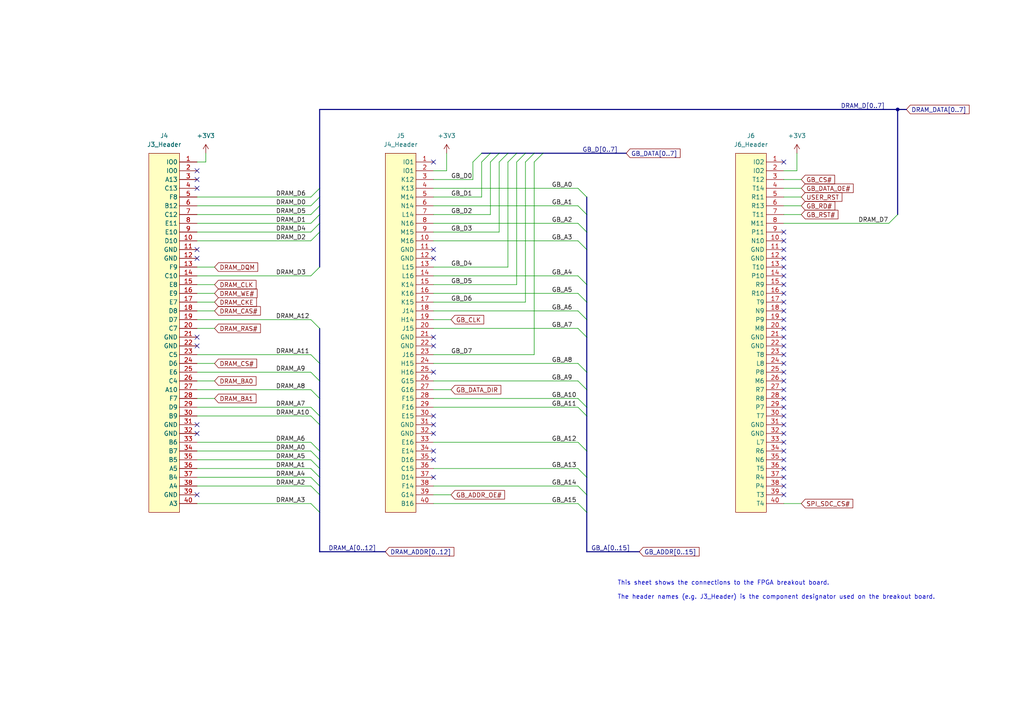
<source format=kicad_sch>
(kicad_sch (version 20211123) (generator eeschema)

  (uuid f7ce60f7-4839-4322-a667-954af2460684)

  (paper "A4")

  (title_block
    (title "FPGA")
  )

  (lib_symbols
    (symbol "MachXO3D_breakout_board:J3_Header" (in_bom no) (on_board no)
      (property "Reference" "J?" (id 0) (at 0 55.88 0)
        (effects (font (size 1.27 1.27)))
      )
      (property "Value" "J3_Header" (id 1) (at 0 53.34 0)
        (effects (font (size 1.27 1.27)))
      )
      (property "Footprint" "" (id 2) (at -3.81 55.88 0)
        (effects (font (size 1.27 1.27)) hide)
      )
      (property "Datasheet" "" (id 3) (at -3.81 55.88 0)
        (effects (font (size 1.27 1.27)) hide)
      )
      (symbol "J3_Header_0_1"
        (rectangle (start -3.81 52.07) (end 5.08 -52.07)
          (stroke (width 0) (type default) (color 0 0 0 0))
          (fill (type background))
        )
      )
      (symbol "J3_Header_1_1"
        (pin power_in line (at 10.16 49.53 180) (length 5.08)
          (name "IO0" (effects (font (size 1.27 1.27))))
          (number "1" (effects (font (size 1.27 1.27))))
        )
        (pin bidirectional line (at 10.16 26.67 180) (length 5.08)
          (name "D10" (effects (font (size 1.27 1.27))))
          (number "10" (effects (font (size 1.27 1.27))))
        )
        (pin power_in line (at 10.16 24.13 180) (length 5.08)
          (name "GND" (effects (font (size 1.27 1.27))))
          (number "11" (effects (font (size 1.27 1.27))))
        )
        (pin power_in line (at 10.16 21.59 180) (length 5.08)
          (name "GND" (effects (font (size 1.27 1.27))))
          (number "12" (effects (font (size 1.27 1.27))))
        )
        (pin bidirectional line (at 10.16 19.05 180) (length 5.08)
          (name "F9" (effects (font (size 1.27 1.27))))
          (number "13" (effects (font (size 1.27 1.27))))
        )
        (pin bidirectional line (at 10.16 16.51 180) (length 5.08)
          (name "C10" (effects (font (size 1.27 1.27))))
          (number "14" (effects (font (size 1.27 1.27))))
        )
        (pin bidirectional line (at 10.16 13.97 180) (length 5.08)
          (name "E8" (effects (font (size 1.27 1.27))))
          (number "15" (effects (font (size 1.27 1.27))))
        )
        (pin bidirectional line (at 10.16 11.43 180) (length 5.08)
          (name "E9" (effects (font (size 1.27 1.27))))
          (number "16" (effects (font (size 1.27 1.27))))
        )
        (pin bidirectional line (at 10.16 8.89 180) (length 5.08)
          (name "E7" (effects (font (size 1.27 1.27))))
          (number "17" (effects (font (size 1.27 1.27))))
        )
        (pin bidirectional line (at 10.16 6.35 180) (length 5.08)
          (name "D8" (effects (font (size 1.27 1.27))))
          (number "18" (effects (font (size 1.27 1.27))))
        )
        (pin bidirectional line (at 10.16 3.81 180) (length 5.08)
          (name "D7" (effects (font (size 1.27 1.27))))
          (number "19" (effects (font (size 1.27 1.27))))
        )
        (pin power_in line (at 10.16 46.99 180) (length 5.08)
          (name "IO0" (effects (font (size 1.27 1.27))))
          (number "2" (effects (font (size 1.27 1.27))))
        )
        (pin bidirectional line (at 10.16 1.27 180) (length 5.08)
          (name "C7" (effects (font (size 1.27 1.27))))
          (number "20" (effects (font (size 1.27 1.27))))
        )
        (pin power_in line (at 10.16 -1.27 180) (length 5.08)
          (name "GND" (effects (font (size 1.27 1.27))))
          (number "21" (effects (font (size 1.27 1.27))))
        )
        (pin power_in line (at 10.16 -3.81 180) (length 5.08)
          (name "GND" (effects (font (size 1.27 1.27))))
          (number "22" (effects (font (size 1.27 1.27))))
        )
        (pin bidirectional line (at 10.16 -6.35 180) (length 5.08)
          (name "C5" (effects (font (size 1.27 1.27))))
          (number "23" (effects (font (size 1.27 1.27))))
        )
        (pin bidirectional line (at 10.16 -8.89 180) (length 5.08)
          (name "D6" (effects (font (size 1.27 1.27))))
          (number "24" (effects (font (size 1.27 1.27))))
        )
        (pin bidirectional line (at 10.16 -11.43 180) (length 5.08)
          (name "E6" (effects (font (size 1.27 1.27))))
          (number "25" (effects (font (size 1.27 1.27))))
        )
        (pin bidirectional line (at 10.16 -13.97 180) (length 5.08)
          (name "C4" (effects (font (size 1.27 1.27))))
          (number "26" (effects (font (size 1.27 1.27))))
        )
        (pin bidirectional line (at 10.16 -16.51 180) (length 5.08)
          (name "A10" (effects (font (size 1.27 1.27))))
          (number "27" (effects (font (size 1.27 1.27))))
        )
        (pin bidirectional line (at 10.16 -19.05 180) (length 5.08)
          (name "F7" (effects (font (size 1.27 1.27))))
          (number "28" (effects (font (size 1.27 1.27))))
        )
        (pin bidirectional line (at 10.16 -21.59 180) (length 5.08)
          (name "D9" (effects (font (size 1.27 1.27))))
          (number "29" (effects (font (size 1.27 1.27))))
        )
        (pin bidirectional line (at 10.16 44.45 180) (length 5.08)
          (name "A13" (effects (font (size 1.27 1.27))))
          (number "3" (effects (font (size 1.27 1.27))))
        )
        (pin bidirectional line (at 10.16 -24.13 180) (length 5.08)
          (name "B9" (effects (font (size 1.27 1.27))))
          (number "30" (effects (font (size 1.27 1.27))))
        )
        (pin power_in line (at 10.16 -26.67 180) (length 5.08)
          (name "GND" (effects (font (size 1.27 1.27))))
          (number "31" (effects (font (size 1.27 1.27))))
        )
        (pin power_in line (at 10.16 -29.21 180) (length 5.08)
          (name "GND" (effects (font (size 1.27 1.27))))
          (number "32" (effects (font (size 1.27 1.27))))
        )
        (pin bidirectional line (at 10.16 -31.75 180) (length 5.08)
          (name "B6" (effects (font (size 1.27 1.27))))
          (number "33" (effects (font (size 1.27 1.27))))
        )
        (pin bidirectional line (at 10.16 -34.29 180) (length 5.08)
          (name "B7" (effects (font (size 1.27 1.27))))
          (number "34" (effects (font (size 1.27 1.27))))
        )
        (pin bidirectional line (at 10.16 -36.83 180) (length 5.08)
          (name "B5" (effects (font (size 1.27 1.27))))
          (number "35" (effects (font (size 1.27 1.27))))
        )
        (pin bidirectional line (at 10.16 -39.37 180) (length 5.08)
          (name "A5" (effects (font (size 1.27 1.27))))
          (number "36" (effects (font (size 1.27 1.27))))
        )
        (pin bidirectional line (at 10.16 -41.91 180) (length 5.08)
          (name "B4" (effects (font (size 1.27 1.27))))
          (number "37" (effects (font (size 1.27 1.27))))
        )
        (pin bidirectional line (at 10.16 -44.45 180) (length 5.08)
          (name "A4" (effects (font (size 1.27 1.27))))
          (number "38" (effects (font (size 1.27 1.27))))
        )
        (pin power_in line (at 10.16 -46.99 180) (length 5.08)
          (name "GND" (effects (font (size 1.27 1.27))))
          (number "39" (effects (font (size 1.27 1.27))))
        )
        (pin bidirectional line (at 10.16 41.91 180) (length 5.08)
          (name "C13" (effects (font (size 1.27 1.27))))
          (number "4" (effects (font (size 1.27 1.27))))
        )
        (pin bidirectional line (at 10.16 -49.53 180) (length 5.08)
          (name "A3" (effects (font (size 1.27 1.27))))
          (number "40" (effects (font (size 1.27 1.27))))
        )
        (pin bidirectional line (at 10.16 39.37 180) (length 5.08)
          (name "F8" (effects (font (size 1.27 1.27))))
          (number "5" (effects (font (size 1.27 1.27))))
        )
        (pin bidirectional line (at 10.16 36.83 180) (length 5.08)
          (name "B12" (effects (font (size 1.27 1.27))))
          (number "6" (effects (font (size 1.27 1.27))))
        )
        (pin bidirectional line (at 10.16 34.29 180) (length 5.08)
          (name "C12" (effects (font (size 1.27 1.27))))
          (number "7" (effects (font (size 1.27 1.27))))
        )
        (pin bidirectional line (at 10.16 31.75 180) (length 5.08)
          (name "E11" (effects (font (size 1.27 1.27))))
          (number "8" (effects (font (size 1.27 1.27))))
        )
        (pin bidirectional line (at 10.16 29.21 180) (length 5.08)
          (name "E10" (effects (font (size 1.27 1.27))))
          (number "9" (effects (font (size 1.27 1.27))))
        )
      )
    )
    (symbol "MachXO3D_breakout_board:J4_Header" (in_bom no) (on_board no)
      (property "Reference" "J?" (id 0) (at 0 55.88 0)
        (effects (font (size 1.27 1.27)))
      )
      (property "Value" "J4_Header" (id 1) (at 0 53.34 0)
        (effects (font (size 1.27 1.27)))
      )
      (property "Footprint" "" (id 2) (at 0 53.34 0)
        (effects (font (size 1.27 1.27)) hide)
      )
      (property "Datasheet" "" (id 3) (at 0 53.34 0)
        (effects (font (size 1.27 1.27)) hide)
      )
      (symbol "J4_Header_0_1"
        (rectangle (start -3.81 52.07) (end 5.08 -52.07)
          (stroke (width 0) (type default) (color 0 0 0 0))
          (fill (type background))
        )
      )
      (symbol "J4_Header_1_1"
        (pin power_in line (at 10.16 49.53 180) (length 5.08)
          (name "IO1" (effects (font (size 1.27 1.27))))
          (number "1" (effects (font (size 1.27 1.27))))
        )
        (pin bidirectional line (at 10.16 26.67 180) (length 5.08)
          (name "M16" (effects (font (size 1.27 1.27))))
          (number "10" (effects (font (size 1.27 1.27))))
        )
        (pin power_in line (at 10.16 24.13 180) (length 5.08)
          (name "GND" (effects (font (size 1.27 1.27))))
          (number "11" (effects (font (size 1.27 1.27))))
        )
        (pin power_in line (at 10.16 21.59 180) (length 5.08)
          (name "GND" (effects (font (size 1.27 1.27))))
          (number "12" (effects (font (size 1.27 1.27))))
        )
        (pin bidirectional line (at 10.16 19.05 180) (length 5.08)
          (name "L15" (effects (font (size 1.27 1.27))))
          (number "13" (effects (font (size 1.27 1.27))))
        )
        (pin bidirectional line (at 10.16 16.51 180) (length 5.08)
          (name "L16" (effects (font (size 1.27 1.27))))
          (number "14" (effects (font (size 1.27 1.27))))
        )
        (pin bidirectional line (at 10.16 13.97 180) (length 5.08)
          (name "K14" (effects (font (size 1.27 1.27))))
          (number "15" (effects (font (size 1.27 1.27))))
        )
        (pin bidirectional line (at 10.16 11.43 180) (length 5.08)
          (name "K16" (effects (font (size 1.27 1.27))))
          (number "16" (effects (font (size 1.27 1.27))))
        )
        (pin bidirectional line (at 10.16 8.89 180) (length 5.08)
          (name "K15" (effects (font (size 1.27 1.27))))
          (number "17" (effects (font (size 1.27 1.27))))
        )
        (pin bidirectional line (at 10.16 6.35 180) (length 5.08)
          (name "J14" (effects (font (size 1.27 1.27))))
          (number "18" (effects (font (size 1.27 1.27))))
        )
        (pin bidirectional line (at 10.16 3.81 180) (length 5.08)
          (name "H14" (effects (font (size 1.27 1.27))))
          (number "19" (effects (font (size 1.27 1.27))))
        )
        (pin power_in line (at 10.16 46.99 180) (length 5.08)
          (name "IO1" (effects (font (size 1.27 1.27))))
          (number "2" (effects (font (size 1.27 1.27))))
        )
        (pin bidirectional line (at 10.16 1.27 180) (length 5.08)
          (name "J15" (effects (font (size 1.27 1.27))))
          (number "20" (effects (font (size 1.27 1.27))))
        )
        (pin power_in line (at 10.16 -1.27 180) (length 5.08)
          (name "GND" (effects (font (size 1.27 1.27))))
          (number "21" (effects (font (size 1.27 1.27))))
        )
        (pin power_in line (at 10.16 -3.81 180) (length 5.08)
          (name "GND" (effects (font (size 1.27 1.27))))
          (number "22" (effects (font (size 1.27 1.27))))
        )
        (pin bidirectional line (at 10.16 -6.35 180) (length 5.08)
          (name "J16" (effects (font (size 1.27 1.27))))
          (number "23" (effects (font (size 1.27 1.27))))
        )
        (pin bidirectional line (at 10.16 -8.89 180) (length 5.08)
          (name "H15" (effects (font (size 1.27 1.27))))
          (number "24" (effects (font (size 1.27 1.27))))
        )
        (pin bidirectional line (at 10.16 -11.43 180) (length 5.08)
          (name "H16" (effects (font (size 1.27 1.27))))
          (number "25" (effects (font (size 1.27 1.27))))
        )
        (pin bidirectional line (at 10.16 -13.97 180) (length 5.08)
          (name "G15" (effects (font (size 1.27 1.27))))
          (number "26" (effects (font (size 1.27 1.27))))
        )
        (pin bidirectional line (at 10.16 -16.51 180) (length 5.08)
          (name "G16" (effects (font (size 1.27 1.27))))
          (number "27" (effects (font (size 1.27 1.27))))
        )
        (pin bidirectional line (at 10.16 -19.05 180) (length 5.08)
          (name "F15" (effects (font (size 1.27 1.27))))
          (number "28" (effects (font (size 1.27 1.27))))
        )
        (pin bidirectional line (at 10.16 -21.59 180) (length 5.08)
          (name "F16" (effects (font (size 1.27 1.27))))
          (number "29" (effects (font (size 1.27 1.27))))
        )
        (pin bidirectional line (at 10.16 44.45 180) (length 5.08)
          (name "K12" (effects (font (size 1.27 1.27))))
          (number "3" (effects (font (size 1.27 1.27))))
        )
        (pin bidirectional line (at 10.16 -24.13 180) (length 5.08)
          (name "E15" (effects (font (size 1.27 1.27))))
          (number "30" (effects (font (size 1.27 1.27))))
        )
        (pin power_in line (at 10.16 -26.67 180) (length 5.08)
          (name "GND" (effects (font (size 1.27 1.27))))
          (number "31" (effects (font (size 1.27 1.27))))
        )
        (pin power_in line (at 10.16 -29.21 180) (length 5.08)
          (name "GND" (effects (font (size 1.27 1.27))))
          (number "32" (effects (font (size 1.27 1.27))))
        )
        (pin bidirectional line (at 10.16 -31.75 180) (length 5.08)
          (name "E16" (effects (font (size 1.27 1.27))))
          (number "33" (effects (font (size 1.27 1.27))))
        )
        (pin bidirectional line (at 10.16 -34.29 180) (length 5.08)
          (name "E14" (effects (font (size 1.27 1.27))))
          (number "34" (effects (font (size 1.27 1.27))))
        )
        (pin bidirectional line (at 10.16 -36.83 180) (length 5.08)
          (name "D16" (effects (font (size 1.27 1.27))))
          (number "35" (effects (font (size 1.27 1.27))))
        )
        (pin bidirectional line (at 10.16 -39.37 180) (length 5.08)
          (name "C15" (effects (font (size 1.27 1.27))))
          (number "36" (effects (font (size 1.27 1.27))))
        )
        (pin bidirectional line (at 10.16 -41.91 180) (length 5.08)
          (name "D14" (effects (font (size 1.27 1.27))))
          (number "37" (effects (font (size 1.27 1.27))))
        )
        (pin bidirectional line (at 10.16 -44.45 180) (length 5.08)
          (name "F14" (effects (font (size 1.27 1.27))))
          (number "38" (effects (font (size 1.27 1.27))))
        )
        (pin bidirectional line (at 10.16 -46.99 180) (length 5.08)
          (name "G14" (effects (font (size 1.27 1.27))))
          (number "39" (effects (font (size 1.27 1.27))))
        )
        (pin bidirectional line (at 10.16 41.91 180) (length 5.08)
          (name "K13" (effects (font (size 1.27 1.27))))
          (number "4" (effects (font (size 1.27 1.27))))
        )
        (pin bidirectional line (at 10.16 -49.53 180) (length 5.08)
          (name "B16" (effects (font (size 1.27 1.27))))
          (number "40" (effects (font (size 1.27 1.27))))
        )
        (pin bidirectional line (at 10.16 39.37 180) (length 5.08)
          (name "M14" (effects (font (size 1.27 1.27))))
          (number "5" (effects (font (size 1.27 1.27))))
        )
        (pin bidirectional line (at 10.16 36.83 180) (length 5.08)
          (name "N14" (effects (font (size 1.27 1.27))))
          (number "6" (effects (font (size 1.27 1.27))))
        )
        (pin bidirectional line (at 10.16 34.29 180) (length 5.08)
          (name "L14" (effects (font (size 1.27 1.27))))
          (number "7" (effects (font (size 1.27 1.27))))
        )
        (pin bidirectional line (at 10.16 31.75 180) (length 5.08)
          (name "N16" (effects (font (size 1.27 1.27))))
          (number "8" (effects (font (size 1.27 1.27))))
        )
        (pin bidirectional line (at 10.16 29.21 180) (length 5.08)
          (name "M15" (effects (font (size 1.27 1.27))))
          (number "9" (effects (font (size 1.27 1.27))))
        )
      )
    )
    (symbol "MachXO3D_breakout_board:J6_Header" (in_bom no) (on_board no)
      (property "Reference" "J?" (id 0) (at 0 55.88 0)
        (effects (font (size 1.27 1.27)))
      )
      (property "Value" "J6_Header" (id 1) (at 0 53.34 0)
        (effects (font (size 1.27 1.27)))
      )
      (property "Footprint" "" (id 2) (at 0 53.34 0)
        (effects (font (size 1.27 1.27)) hide)
      )
      (property "Datasheet" "" (id 3) (at 0 53.34 0)
        (effects (font (size 1.27 1.27)) hide)
      )
      (symbol "J6_Header_0_1"
        (rectangle (start -3.81 52.07) (end 5.08 -52.07)
          (stroke (width 0) (type default) (color 0 0 0 0))
          (fill (type background))
        )
      )
      (symbol "J6_Header_1_1"
        (pin power_in line (at 10.16 49.53 180) (length 5.08)
          (name "IO2" (effects (font (size 1.27 1.27))))
          (number "1" (effects (font (size 1.27 1.27))))
        )
        (pin bidirectional line (at 10.16 26.67 180) (length 5.08)
          (name "N10" (effects (font (size 1.27 1.27))))
          (number "10" (effects (font (size 1.27 1.27))))
        )
        (pin power_in line (at 10.16 24.13 180) (length 5.08)
          (name "GND" (effects (font (size 1.27 1.27))))
          (number "11" (effects (font (size 1.27 1.27))))
        )
        (pin power_in line (at 10.16 21.59 180) (length 5.08)
          (name "GND" (effects (font (size 1.27 1.27))))
          (number "12" (effects (font (size 1.27 1.27))))
        )
        (pin bidirectional line (at 10.16 19.05 180) (length 5.08)
          (name "T10" (effects (font (size 1.27 1.27))))
          (number "13" (effects (font (size 1.27 1.27))))
        )
        (pin bidirectional line (at 10.16 16.51 180) (length 5.08)
          (name "P10" (effects (font (size 1.27 1.27))))
          (number "14" (effects (font (size 1.27 1.27))))
        )
        (pin bidirectional line (at 10.16 13.97 180) (length 5.08)
          (name "R9" (effects (font (size 1.27 1.27))))
          (number "15" (effects (font (size 1.27 1.27))))
        )
        (pin bidirectional line (at 10.16 11.43 180) (length 5.08)
          (name "R10" (effects (font (size 1.27 1.27))))
          (number "16" (effects (font (size 1.27 1.27))))
        )
        (pin bidirectional line (at 10.16 8.89 180) (length 5.08)
          (name "T9" (effects (font (size 1.27 1.27))))
          (number "17" (effects (font (size 1.27 1.27))))
        )
        (pin bidirectional line (at 10.16 6.35 180) (length 5.08)
          (name "N9" (effects (font (size 1.27 1.27))))
          (number "18" (effects (font (size 1.27 1.27))))
        )
        (pin bidirectional line (at 10.16 3.81 180) (length 5.08)
          (name "P9" (effects (font (size 1.27 1.27))))
          (number "19" (effects (font (size 1.27 1.27))))
        )
        (pin power_in line (at 10.16 46.99 180) (length 5.08)
          (name "IO2" (effects (font (size 1.27 1.27))))
          (number "2" (effects (font (size 1.27 1.27))))
        )
        (pin bidirectional line (at 10.16 1.27 180) (length 5.08)
          (name "M8" (effects (font (size 1.27 1.27))))
          (number "20" (effects (font (size 1.27 1.27))))
        )
        (pin power_in line (at 10.16 -1.27 180) (length 5.08)
          (name "GND" (effects (font (size 1.27 1.27))))
          (number "21" (effects (font (size 1.27 1.27))))
        )
        (pin power_in line (at 10.16 -3.81 180) (length 5.08)
          (name "GND" (effects (font (size 1.27 1.27))))
          (number "22" (effects (font (size 1.27 1.27))))
        )
        (pin bidirectional line (at 10.16 -6.35 180) (length 5.08)
          (name "T8" (effects (font (size 1.27 1.27))))
          (number "23" (effects (font (size 1.27 1.27))))
        )
        (pin bidirectional line (at 10.16 -8.89 180) (length 5.08)
          (name "L8" (effects (font (size 1.27 1.27))))
          (number "24" (effects (font (size 1.27 1.27))))
        )
        (pin bidirectional line (at 10.16 -11.43 180) (length 5.08)
          (name "P8" (effects (font (size 1.27 1.27))))
          (number "25" (effects (font (size 1.27 1.27))))
        )
        (pin bidirectional line (at 10.16 -13.97 180) (length 5.08)
          (name "M6" (effects (font (size 1.27 1.27))))
          (number "26" (effects (font (size 1.27 1.27))))
        )
        (pin bidirectional line (at 10.16 -16.51 180) (length 5.08)
          (name "R7" (effects (font (size 1.27 1.27))))
          (number "27" (effects (font (size 1.27 1.27))))
        )
        (pin bidirectional line (at 10.16 -19.05 180) (length 5.08)
          (name "R8" (effects (font (size 1.27 1.27))))
          (number "28" (effects (font (size 1.27 1.27))))
        )
        (pin bidirectional line (at 10.16 -21.59 180) (length 5.08)
          (name "P7" (effects (font (size 1.27 1.27))))
          (number "29" (effects (font (size 1.27 1.27))))
        )
        (pin bidirectional line (at 10.16 44.45 180) (length 5.08)
          (name "T12" (effects (font (size 1.27 1.27))))
          (number "3" (effects (font (size 1.27 1.27))))
        )
        (pin bidirectional line (at 10.16 -24.13 180) (length 5.08)
          (name "T7" (effects (font (size 1.27 1.27))))
          (number "30" (effects (font (size 1.27 1.27))))
        )
        (pin power_in line (at 10.16 -26.67 180) (length 5.08)
          (name "GND" (effects (font (size 1.27 1.27))))
          (number "31" (effects (font (size 1.27 1.27))))
        )
        (pin power_in line (at 10.16 -29.21 180) (length 5.08)
          (name "GND" (effects (font (size 1.27 1.27))))
          (number "32" (effects (font (size 1.27 1.27))))
        )
        (pin bidirectional line (at 10.16 -31.75 180) (length 5.08)
          (name "L7" (effects (font (size 1.27 1.27))))
          (number "33" (effects (font (size 1.27 1.27))))
        )
        (pin bidirectional line (at 10.16 -34.29 180) (length 5.08)
          (name "R6" (effects (font (size 1.27 1.27))))
          (number "34" (effects (font (size 1.27 1.27))))
        )
        (pin bidirectional line (at 10.16 -36.83 180) (length 5.08)
          (name "N6" (effects (font (size 1.27 1.27))))
          (number "35" (effects (font (size 1.27 1.27))))
        )
        (pin bidirectional line (at 10.16 -39.37 180) (length 5.08)
          (name "T5" (effects (font (size 1.27 1.27))))
          (number "36" (effects (font (size 1.27 1.27))))
        )
        (pin bidirectional line (at 10.16 -41.91 180) (length 5.08)
          (name "R4" (effects (font (size 1.27 1.27))))
          (number "37" (effects (font (size 1.27 1.27))))
        )
        (pin bidirectional line (at 10.16 -44.45 180) (length 5.08)
          (name "P4" (effects (font (size 1.27 1.27))))
          (number "38" (effects (font (size 1.27 1.27))))
        )
        (pin bidirectional line (at 10.16 -46.99 180) (length 5.08)
          (name "T3" (effects (font (size 1.27 1.27))))
          (number "39" (effects (font (size 1.27 1.27))))
        )
        (pin bidirectional line (at 10.16 41.91 180) (length 5.08)
          (name "T14" (effects (font (size 1.27 1.27))))
          (number "4" (effects (font (size 1.27 1.27))))
        )
        (pin bidirectional line (at 10.16 -49.53 180) (length 5.08)
          (name "T4" (effects (font (size 1.27 1.27))))
          (number "40" (effects (font (size 1.27 1.27))))
        )
        (pin bidirectional line (at 10.16 39.37 180) (length 5.08)
          (name "R11" (effects (font (size 1.27 1.27))))
          (number "5" (effects (font (size 1.27 1.27))))
        )
        (pin bidirectional line (at 10.16 36.83 180) (length 5.08)
          (name "R13" (effects (font (size 1.27 1.27))))
          (number "6" (effects (font (size 1.27 1.27))))
        )
        (pin bidirectional line (at 10.16 34.29 180) (length 5.08)
          (name "T11" (effects (font (size 1.27 1.27))))
          (number "7" (effects (font (size 1.27 1.27))))
        )
        (pin bidirectional line (at 10.16 31.75 180) (length 5.08)
          (name "M11" (effects (font (size 1.27 1.27))))
          (number "8" (effects (font (size 1.27 1.27))))
        )
        (pin bidirectional line (at 10.16 29.21 180) (length 5.08)
          (name "P11" (effects (font (size 1.27 1.27))))
          (number "9" (effects (font (size 1.27 1.27))))
        )
      )
    )
    (symbol "power:+3.3V" (power) (pin_names (offset 0)) (in_bom yes) (on_board yes)
      (property "Reference" "#PWR" (id 0) (at 0 -3.81 0)
        (effects (font (size 1.27 1.27)) hide)
      )
      (property "Value" "+3.3V" (id 1) (at 0 3.556 0)
        (effects (font (size 1.27 1.27)))
      )
      (property "Footprint" "" (id 2) (at 0 0 0)
        (effects (font (size 1.27 1.27)) hide)
      )
      (property "Datasheet" "" (id 3) (at 0 0 0)
        (effects (font (size 1.27 1.27)) hide)
      )
      (property "ki_keywords" "power-flag" (id 4) (at 0 0 0)
        (effects (font (size 1.27 1.27)) hide)
      )
      (property "ki_description" "Power symbol creates a global label with name \"+3.3V\"" (id 5) (at 0 0 0)
        (effects (font (size 1.27 1.27)) hide)
      )
      (symbol "+3.3V_0_1"
        (polyline
          (pts
            (xy -0.762 1.27)
            (xy 0 2.54)
          )
          (stroke (width 0) (type default) (color 0 0 0 0))
          (fill (type none))
        )
        (polyline
          (pts
            (xy 0 0)
            (xy 0 2.54)
          )
          (stroke (width 0) (type default) (color 0 0 0 0))
          (fill (type none))
        )
        (polyline
          (pts
            (xy 0 2.54)
            (xy 0.762 1.27)
          )
          (stroke (width 0) (type default) (color 0 0 0 0))
          (fill (type none))
        )
      )
      (symbol "+3.3V_1_1"
        (pin power_in line (at 0 0 90) (length 0) hide
          (name "+3V3" (effects (font (size 1.27 1.27))))
          (number "1" (effects (font (size 1.27 1.27))))
        )
      )
    )
  )

  (junction (at 260.35 31.75) (diameter 0) (color 0 0 0 0)
    (uuid 117020c0-aedc-4027-8ded-ae62235630e5)
  )

  (no_connect (at 57.15 49.53) (uuid 0385f96f-cf91-4f9c-b9eb-23c5fe1ca780))
  (no_connect (at 125.73 120.65) (uuid 0b300cd2-7fd4-47c9-97d3-595e2e0c0192))
  (no_connect (at 125.73 125.73) (uuid 0b300cd2-7fd4-47c9-97d3-595e2e0c0193))
  (no_connect (at 125.73 123.19) (uuid 0b300cd2-7fd4-47c9-97d3-595e2e0c0194))
  (no_connect (at 125.73 100.33) (uuid 0b300cd2-7fd4-47c9-97d3-595e2e0c0195))
  (no_connect (at 125.73 72.39) (uuid 0b300cd2-7fd4-47c9-97d3-595e2e0c0196))
  (no_connect (at 125.73 74.93) (uuid 0b300cd2-7fd4-47c9-97d3-595e2e0c0197))
  (no_connect (at 125.73 97.79) (uuid 0b300cd2-7fd4-47c9-97d3-595e2e0c0198))
  (no_connect (at 57.15 54.61) (uuid 1968a6ed-9e8a-4dce-b4b6-8e9e7c9b9c09))
  (no_connect (at 125.73 130.81) (uuid 4e6df2bb-8ef2-46b5-8d97-96739194b941))
  (no_connect (at 125.73 133.35) (uuid 4e6df2bb-8ef2-46b5-8d97-96739194b942))
  (no_connect (at 125.73 138.43) (uuid 4e6df2bb-8ef2-46b5-8d97-96739194b943))
  (no_connect (at 57.15 143.51) (uuid 533b4e25-b956-4c6d-98d2-eb15a3b80d64))
  (no_connect (at 57.15 72.39) (uuid 533b4e25-b956-4c6d-98d2-eb15a3b80d65))
  (no_connect (at 57.15 74.93) (uuid 533b4e25-b956-4c6d-98d2-eb15a3b80d66))
  (no_connect (at 57.15 97.79) (uuid 533b4e25-b956-4c6d-98d2-eb15a3b80d67))
  (no_connect (at 57.15 100.33) (uuid 533b4e25-b956-4c6d-98d2-eb15a3b80d68))
  (no_connect (at 57.15 123.19) (uuid 533b4e25-b956-4c6d-98d2-eb15a3b80d69))
  (no_connect (at 57.15 125.73) (uuid 533b4e25-b956-4c6d-98d2-eb15a3b80d6a))
  (no_connect (at 125.73 107.95) (uuid 5914b864-65df-4600-9de3-acdb85b007f5))
  (no_connect (at 227.33 85.09) (uuid 5b2b272f-8b74-4877-a135-a96e8a7141f7))
  (no_connect (at 227.33 82.55) (uuid 5b2b272f-8b74-4877-a135-a96e8a7141f8))
  (no_connect (at 227.33 80.01) (uuid 5b2b272f-8b74-4877-a135-a96e8a7141f9))
  (no_connect (at 227.33 77.47) (uuid 5b2b272f-8b74-4877-a135-a96e8a7141fa))
  (no_connect (at 227.33 74.93) (uuid 5b2b272f-8b74-4877-a135-a96e8a7141fb))
  (no_connect (at 227.33 72.39) (uuid 5b2b272f-8b74-4877-a135-a96e8a7141fc))
  (no_connect (at 227.33 69.85) (uuid 5b2b272f-8b74-4877-a135-a96e8a7141fd))
  (no_connect (at 227.33 67.31) (uuid 5b2b272f-8b74-4877-a135-a96e8a7141fe))
  (no_connect (at 227.33 97.79) (uuid 5b2b272f-8b74-4877-a135-a96e8a7141ff))
  (no_connect (at 227.33 100.33) (uuid 5b2b272f-8b74-4877-a135-a96e8a714200))
  (no_connect (at 227.33 102.87) (uuid 5b2b272f-8b74-4877-a135-a96e8a714201))
  (no_connect (at 227.33 105.41) (uuid 5b2b272f-8b74-4877-a135-a96e8a714202))
  (no_connect (at 227.33 107.95) (uuid 5b2b272f-8b74-4877-a135-a96e8a714203))
  (no_connect (at 227.33 110.49) (uuid 5b2b272f-8b74-4877-a135-a96e8a714204))
  (no_connect (at 227.33 113.03) (uuid 5b2b272f-8b74-4877-a135-a96e8a714205))
  (no_connect (at 227.33 115.57) (uuid 5b2b272f-8b74-4877-a135-a96e8a714206))
  (no_connect (at 227.33 118.11) (uuid 5b2b272f-8b74-4877-a135-a96e8a714207))
  (no_connect (at 227.33 120.65) (uuid 5b2b272f-8b74-4877-a135-a96e8a714208))
  (no_connect (at 227.33 123.19) (uuid 5b2b272f-8b74-4877-a135-a96e8a714209))
  (no_connect (at 227.33 125.73) (uuid 5b2b272f-8b74-4877-a135-a96e8a71420a))
  (no_connect (at 227.33 133.35) (uuid 5b2b272f-8b74-4877-a135-a96e8a71420b))
  (no_connect (at 227.33 130.81) (uuid 5b2b272f-8b74-4877-a135-a96e8a71420c))
  (no_connect (at 227.33 128.27) (uuid 5b2b272f-8b74-4877-a135-a96e8a71420d))
  (no_connect (at 227.33 135.89) (uuid 5b2b272f-8b74-4877-a135-a96e8a71420e))
  (no_connect (at 227.33 95.25) (uuid 5b2b272f-8b74-4877-a135-a96e8a71420f))
  (no_connect (at 227.33 138.43) (uuid 5b2b272f-8b74-4877-a135-a96e8a714210))
  (no_connect (at 227.33 140.97) (uuid 5b2b272f-8b74-4877-a135-a96e8a714211))
  (no_connect (at 227.33 143.51) (uuid 5b2b272f-8b74-4877-a135-a96e8a714212))
  (no_connect (at 227.33 92.71) (uuid 5b2b272f-8b74-4877-a135-a96e8a714213))
  (no_connect (at 227.33 90.17) (uuid 5b2b272f-8b74-4877-a135-a96e8a714214))
  (no_connect (at 227.33 87.63) (uuid 5b2b272f-8b74-4877-a135-a96e8a714215))
  (no_connect (at 227.33 46.99) (uuid 6f0abdf2-bb41-43c8-aa41-13deea12753a))
  (no_connect (at 125.73 46.99) (uuid 9a61072f-2e9b-4ccb-afbc-b529787baac1))
  (no_connect (at 57.15 52.07) (uuid b6b105e4-2012-4bea-bc63-132b1be31185))

  (bus_entry (at 144.78 46.99) (size 2.54 -2.54)
    (stroke (width 0) (type default) (color 0 0 0 0))
    (uuid 5a7b4971-db6f-46a1-9266-565d92bde7ec)
  )
  (bus_entry (at 147.32 46.99) (size 2.54 -2.54)
    (stroke (width 0) (type default) (color 0 0 0 0))
    (uuid 5a7b4971-db6f-46a1-9266-565d92bde7ed)
  )
  (bus_entry (at 149.86 46.99) (size 2.54 -2.54)
    (stroke (width 0) (type default) (color 0 0 0 0))
    (uuid 5a7b4971-db6f-46a1-9266-565d92bde7ee)
  )
  (bus_entry (at 152.4 46.99) (size 2.54 -2.54)
    (stroke (width 0) (type default) (color 0 0 0 0))
    (uuid 5a7b4971-db6f-46a1-9266-565d92bde7ef)
  )
  (bus_entry (at 154.94 46.99) (size 2.54 -2.54)
    (stroke (width 0) (type default) (color 0 0 0 0))
    (uuid 5a7b4971-db6f-46a1-9266-565d92bde7f0)
  )
  (bus_entry (at 137.16 46.99) (size 2.54 -2.54)
    (stroke (width 0) (type default) (color 0 0 0 0))
    (uuid 5a7b4971-db6f-46a1-9266-565d92bde7f1)
  )
  (bus_entry (at 139.7 46.99) (size 2.54 -2.54)
    (stroke (width 0) (type default) (color 0 0 0 0))
    (uuid 5a7b4971-db6f-46a1-9266-565d92bde7f2)
  )
  (bus_entry (at 142.24 46.99) (size 2.54 -2.54)
    (stroke (width 0) (type default) (color 0 0 0 0))
    (uuid 5a7b4971-db6f-46a1-9266-565d92bde7f3)
  )
  (bus_entry (at 167.64 64.77) (size 2.54 2.54)
    (stroke (width 0) (type default) (color 0 0 0 0))
    (uuid 68e06dfc-da7d-443a-bf19-135b50e9f054)
  )
  (bus_entry (at 167.64 54.61) (size 2.54 2.54)
    (stroke (width 0) (type default) (color 0 0 0 0))
    (uuid 68e06dfc-da7d-443a-bf19-135b50e9f055)
  )
  (bus_entry (at 167.64 59.69) (size 2.54 2.54)
    (stroke (width 0) (type default) (color 0 0 0 0))
    (uuid 68e06dfc-da7d-443a-bf19-135b50e9f056)
  )
  (bus_entry (at 167.64 135.89) (size 2.54 2.54)
    (stroke (width 0) (type default) (color 0 0 0 0))
    (uuid 68e06dfc-da7d-443a-bf19-135b50e9f057)
  )
  (bus_entry (at 167.64 128.27) (size 2.54 2.54)
    (stroke (width 0) (type default) (color 0 0 0 0))
    (uuid 68e06dfc-da7d-443a-bf19-135b50e9f058)
  )
  (bus_entry (at 167.64 115.57) (size 2.54 2.54)
    (stroke (width 0) (type default) (color 0 0 0 0))
    (uuid 68e06dfc-da7d-443a-bf19-135b50e9f059)
  )
  (bus_entry (at 167.64 118.11) (size 2.54 2.54)
    (stroke (width 0) (type default) (color 0 0 0 0))
    (uuid 68e06dfc-da7d-443a-bf19-135b50e9f05a)
  )
  (bus_entry (at 167.64 95.25) (size 2.54 2.54)
    (stroke (width 0) (type default) (color 0 0 0 0))
    (uuid 68e06dfc-da7d-443a-bf19-135b50e9f05b)
  )
  (bus_entry (at 167.64 110.49) (size 2.54 2.54)
    (stroke (width 0) (type default) (color 0 0 0 0))
    (uuid 68e06dfc-da7d-443a-bf19-135b50e9f05c)
  )
  (bus_entry (at 167.64 105.41) (size 2.54 2.54)
    (stroke (width 0) (type default) (color 0 0 0 0))
    (uuid 68e06dfc-da7d-443a-bf19-135b50e9f05d)
  )
  (bus_entry (at 167.64 140.97) (size 2.54 2.54)
    (stroke (width 0) (type default) (color 0 0 0 0))
    (uuid 68e06dfc-da7d-443a-bf19-135b50e9f05e)
  )
  (bus_entry (at 167.64 146.05) (size 2.54 2.54)
    (stroke (width 0) (type default) (color 0 0 0 0))
    (uuid 68e06dfc-da7d-443a-bf19-135b50e9f05f)
  )
  (bus_entry (at 167.64 69.85) (size 2.54 2.54)
    (stroke (width 0) (type default) (color 0 0 0 0))
    (uuid 68e06dfc-da7d-443a-bf19-135b50e9f060)
  )
  (bus_entry (at 167.64 80.01) (size 2.54 2.54)
    (stroke (width 0) (type default) (color 0 0 0 0))
    (uuid 68e06dfc-da7d-443a-bf19-135b50e9f061)
  )
  (bus_entry (at 167.64 85.09) (size 2.54 2.54)
    (stroke (width 0) (type default) (color 0 0 0 0))
    (uuid 68e06dfc-da7d-443a-bf19-135b50e9f062)
  )
  (bus_entry (at 167.64 90.17) (size 2.54 2.54)
    (stroke (width 0) (type default) (color 0 0 0 0))
    (uuid 68e06dfc-da7d-443a-bf19-135b50e9f063)
  )
  (bus_entry (at 90.17 92.71) (size 2.54 2.54)
    (stroke (width 0) (type default) (color 0 0 0 0))
    (uuid 7a186e82-1047-49e1-ae36-d81561363183)
  )
  (bus_entry (at 90.17 102.87) (size 2.54 2.54)
    (stroke (width 0) (type default) (color 0 0 0 0))
    (uuid 7a186e82-1047-49e1-ae36-d81561363184)
  )
  (bus_entry (at 90.17 107.95) (size 2.54 2.54)
    (stroke (width 0) (type default) (color 0 0 0 0))
    (uuid 7a186e82-1047-49e1-ae36-d81561363185)
  )
  (bus_entry (at 90.17 113.03) (size 2.54 2.54)
    (stroke (width 0) (type default) (color 0 0 0 0))
    (uuid 7a186e82-1047-49e1-ae36-d81561363186)
  )
  (bus_entry (at 90.17 133.35) (size 2.54 2.54)
    (stroke (width 0) (type default) (color 0 0 0 0))
    (uuid 7a186e82-1047-49e1-ae36-d81561363187)
  )
  (bus_entry (at 90.17 135.89) (size 2.54 2.54)
    (stroke (width 0) (type default) (color 0 0 0 0))
    (uuid 7a186e82-1047-49e1-ae36-d81561363188)
  )
  (bus_entry (at 90.17 138.43) (size 2.54 2.54)
    (stroke (width 0) (type default) (color 0 0 0 0))
    (uuid 7a186e82-1047-49e1-ae36-d81561363189)
  )
  (bus_entry (at 90.17 140.97) (size 2.54 2.54)
    (stroke (width 0) (type default) (color 0 0 0 0))
    (uuid 7a186e82-1047-49e1-ae36-d8156136318a)
  )
  (bus_entry (at 90.17 146.05) (size 2.54 2.54)
    (stroke (width 0) (type default) (color 0 0 0 0))
    (uuid 7a186e82-1047-49e1-ae36-d8156136318b)
  )
  (bus_entry (at 90.17 130.81) (size 2.54 2.54)
    (stroke (width 0) (type default) (color 0 0 0 0))
    (uuid 7a186e82-1047-49e1-ae36-d8156136318c)
  )
  (bus_entry (at 90.17 120.65) (size 2.54 2.54)
    (stroke (width 0) (type default) (color 0 0 0 0))
    (uuid 7a186e82-1047-49e1-ae36-d8156136318d)
  )
  (bus_entry (at 90.17 128.27) (size 2.54 2.54)
    (stroke (width 0) (type default) (color 0 0 0 0))
    (uuid 7a186e82-1047-49e1-ae36-d8156136318e)
  )
  (bus_entry (at 90.17 118.11) (size 2.54 2.54)
    (stroke (width 0) (type default) (color 0 0 0 0))
    (uuid 7a186e82-1047-49e1-ae36-d8156136318f)
  )
  (bus_entry (at 90.17 57.15) (size 2.54 -2.54)
    (stroke (width 0) (type default) (color 0 0 0 0))
    (uuid cacac4af-0415-421e-b028-1167147fb8b1)
  )
  (bus_entry (at 90.17 59.69) (size 2.54 -2.54)
    (stroke (width 0) (type default) (color 0 0 0 0))
    (uuid cacac4af-0415-421e-b028-1167147fb8b2)
  )
  (bus_entry (at 90.17 62.23) (size 2.54 -2.54)
    (stroke (width 0) (type default) (color 0 0 0 0))
    (uuid cacac4af-0415-421e-b028-1167147fb8b3)
  )
  (bus_entry (at 90.17 64.77) (size 2.54 -2.54)
    (stroke (width 0) (type default) (color 0 0 0 0))
    (uuid cacac4af-0415-421e-b028-1167147fb8b4)
  )
  (bus_entry (at 90.17 67.31) (size 2.54 -2.54)
    (stroke (width 0) (type default) (color 0 0 0 0))
    (uuid cacac4af-0415-421e-b028-1167147fb8b5)
  )
  (bus_entry (at 90.17 69.85) (size 2.54 -2.54)
    (stroke (width 0) (type default) (color 0 0 0 0))
    (uuid cacac4af-0415-421e-b028-1167147fb8b6)
  )
  (bus_entry (at 90.17 80.01) (size 2.54 -2.54)
    (stroke (width 0) (type default) (color 0 0 0 0))
    (uuid cacac4af-0415-421e-b028-1167147fb8b7)
  )
  (bus_entry (at 257.81 64.77) (size 2.54 -2.54)
    (stroke (width 0) (type default) (color 0 0 0 0))
    (uuid cacac4af-0415-421e-b028-1167147fb8b8)
  )

  (bus (pts (xy 92.71 110.49) (xy 92.71 115.57))
    (stroke (width 0) (type default) (color 0 0 0 0))
    (uuid 013544ce-17a4-44c1-84b7-8e130dcbb105)
  )

  (wire (pts (xy 125.73 113.03) (xy 130.81 113.03))
    (stroke (width 0) (type default) (color 0 0 0 0))
    (uuid 017f73fe-f77a-4e76-b834-d06063db469d)
  )
  (wire (pts (xy 125.73 59.69) (xy 167.64 59.69))
    (stroke (width 0) (type default) (color 0 0 0 0))
    (uuid 04ca0fee-c066-4f5b-882b-f44252d4d08d)
  )
  (wire (pts (xy 57.15 77.47) (xy 62.23 77.47))
    (stroke (width 0) (type default) (color 0 0 0 0))
    (uuid 066c1b5d-505b-4af2-8b85-ba1d7654784e)
  )
  (wire (pts (xy 152.4 87.63) (xy 152.4 46.99))
    (stroke (width 0) (type default) (color 0 0 0 0))
    (uuid 0699c51c-275e-4ebd-9670-81cecdb58854)
  )
  (wire (pts (xy 57.15 130.81) (xy 90.17 130.81))
    (stroke (width 0) (type default) (color 0 0 0 0))
    (uuid 06a1987e-0970-4962-8926-dfb16238dbbb)
  )
  (wire (pts (xy 57.15 105.41) (xy 62.23 105.41))
    (stroke (width 0) (type default) (color 0 0 0 0))
    (uuid 0849c003-ebea-4d50-b58c-81fc41928e7f)
  )
  (bus (pts (xy 92.71 133.35) (xy 92.71 135.89))
    (stroke (width 0) (type default) (color 0 0 0 0))
    (uuid 0a6206da-629a-45cf-a85d-7246a7377f3e)
  )

  (wire (pts (xy 227.33 57.15) (xy 232.41 57.15))
    (stroke (width 0) (type default) (color 0 0 0 0))
    (uuid 0b797e66-36f2-4b26-8b42-711c2990822c)
  )
  (bus (pts (xy 92.71 115.57) (xy 92.71 120.65))
    (stroke (width 0) (type default) (color 0 0 0 0))
    (uuid 0bebc5b0-011e-4a1c-ad59-d9096de3e58b)
  )
  (bus (pts (xy 92.71 77.47) (xy 92.71 67.31))
    (stroke (width 0) (type default) (color 0 0 0 0))
    (uuid 0ea35a5f-004a-4921-bc13-6cd5ff8c5552)
  )

  (wire (pts (xy 57.15 115.57) (xy 62.23 115.57))
    (stroke (width 0) (type default) (color 0 0 0 0))
    (uuid 1120abb7-6147-426a-94a9-210fa05af822)
  )
  (wire (pts (xy 125.73 52.07) (xy 137.16 52.07))
    (stroke (width 0) (type default) (color 0 0 0 0))
    (uuid 16e83648-dc10-4271-a174-c60e6e48af3b)
  )
  (bus (pts (xy 92.71 62.23) (xy 92.71 59.69))
    (stroke (width 0) (type default) (color 0 0 0 0))
    (uuid 18057531-cacd-45a0-b336-b9b6b1e71632)
  )

  (wire (pts (xy 125.73 95.25) (xy 167.64 95.25))
    (stroke (width 0) (type default) (color 0 0 0 0))
    (uuid 19196cc7-b272-41cb-a973-7d3f0dabc3cf)
  )
  (bus (pts (xy 170.18 148.59) (xy 170.18 160.02))
    (stroke (width 0) (type default) (color 0 0 0 0))
    (uuid 201287be-421f-4a11-bdb0-91c66b45f309)
  )

  (wire (pts (xy 227.33 52.07) (xy 232.41 52.07))
    (stroke (width 0) (type default) (color 0 0 0 0))
    (uuid 21335144-9980-4e45-954f-1daf293ad7c9)
  )
  (wire (pts (xy 125.73 146.05) (xy 167.64 146.05))
    (stroke (width 0) (type default) (color 0 0 0 0))
    (uuid 28b497f0-be29-4003-9192-f054689451b5)
  )
  (bus (pts (xy 92.71 123.19) (xy 92.71 130.81))
    (stroke (width 0) (type default) (color 0 0 0 0))
    (uuid 2cc6c8fd-1dae-40cb-a430-95af639952be)
  )
  (bus (pts (xy 92.71 140.97) (xy 92.71 143.51))
    (stroke (width 0) (type default) (color 0 0 0 0))
    (uuid 2d69a873-e403-4bc9-a5a2-5f9baae8e567)
  )
  (bus (pts (xy 92.71 135.89) (xy 92.71 138.43))
    (stroke (width 0) (type default) (color 0 0 0 0))
    (uuid 2ea31250-87d1-42ef-bb50-35eaed6e3143)
  )
  (bus (pts (xy 92.71 67.31) (xy 92.71 64.77))
    (stroke (width 0) (type default) (color 0 0 0 0))
    (uuid 2fb7381e-6c91-4434-8be9-80ca0d20aca8)
  )

  (wire (pts (xy 57.15 135.89) (xy 90.17 135.89))
    (stroke (width 0) (type default) (color 0 0 0 0))
    (uuid 3018ce1c-dffb-43f0-978c-feac7d143bd5)
  )
  (wire (pts (xy 57.15 107.95) (xy 90.17 107.95))
    (stroke (width 0) (type default) (color 0 0 0 0))
    (uuid 362fcf6f-5b14-403e-b67c-dd120920dadf)
  )
  (wire (pts (xy 125.73 90.17) (xy 167.64 90.17))
    (stroke (width 0) (type default) (color 0 0 0 0))
    (uuid 39d29c2d-69e6-4df1-8234-ea40bc913010)
  )
  (wire (pts (xy 125.73 143.51) (xy 130.81 143.51))
    (stroke (width 0) (type default) (color 0 0 0 0))
    (uuid 3d6f1581-7951-478f-b9ac-12bd485f3295)
  )
  (wire (pts (xy 125.73 62.23) (xy 142.24 62.23))
    (stroke (width 0) (type default) (color 0 0 0 0))
    (uuid 3fefcac3-21c8-47e5-acce-258d6e48904b)
  )
  (bus (pts (xy 170.18 143.51) (xy 170.18 148.59))
    (stroke (width 0) (type default) (color 0 0 0 0))
    (uuid 469caeba-5fd2-4116-b55a-1a3d0242f482)
  )

  (wire (pts (xy 57.15 92.71) (xy 90.17 92.71))
    (stroke (width 0) (type default) (color 0 0 0 0))
    (uuid 47f93278-c519-4519-8a90-88a7710cc517)
  )
  (bus (pts (xy 170.18 160.02) (xy 185.42 160.02))
    (stroke (width 0) (type default) (color 0 0 0 0))
    (uuid 4e9acb78-bd0f-4073-bb32-ad42c5de89d6)
  )

  (wire (pts (xy 137.16 52.07) (xy 137.16 46.99))
    (stroke (width 0) (type default) (color 0 0 0 0))
    (uuid 4ec4a6e2-c755-4ed4-9e80-25c4289d05c3)
  )
  (bus (pts (xy 170.18 92.71) (xy 170.18 97.79))
    (stroke (width 0) (type default) (color 0 0 0 0))
    (uuid 50207af5-77c0-43bf-b46e-773c60ced66f)
  )

  (wire (pts (xy 57.15 128.27) (xy 90.17 128.27))
    (stroke (width 0) (type default) (color 0 0 0 0))
    (uuid 52d48eac-ff96-443a-b6ab-dbfc01a6623c)
  )
  (wire (pts (xy 57.15 146.05) (xy 90.17 146.05))
    (stroke (width 0) (type default) (color 0 0 0 0))
    (uuid 534c5437-f4d3-4608-9c73-64b21fc73e54)
  )
  (wire (pts (xy 57.15 133.35) (xy 90.17 133.35))
    (stroke (width 0) (type default) (color 0 0 0 0))
    (uuid 537d116f-879e-40d0-a1cd-4d8a92cea35a)
  )
  (wire (pts (xy 125.73 87.63) (xy 152.4 87.63))
    (stroke (width 0) (type default) (color 0 0 0 0))
    (uuid 53e1641c-2d4e-4fb2-9782-55329e0d9ed7)
  )
  (bus (pts (xy 170.18 107.95) (xy 170.18 113.03))
    (stroke (width 0) (type default) (color 0 0 0 0))
    (uuid 548622ad-0980-4617-816b-9db91860c2ba)
  )

  (wire (pts (xy 149.86 82.55) (xy 149.86 46.99))
    (stroke (width 0) (type default) (color 0 0 0 0))
    (uuid 58fc2e12-20d7-411f-a94e-655f94c5d1ef)
  )
  (wire (pts (xy 57.15 120.65) (xy 90.17 120.65))
    (stroke (width 0) (type default) (color 0 0 0 0))
    (uuid 5d6a8df2-43bb-492d-a6b0-ffd7fcd21f6e)
  )
  (wire (pts (xy 125.73 64.77) (xy 167.64 64.77))
    (stroke (width 0) (type default) (color 0 0 0 0))
    (uuid 5fbcd526-dd8e-4750-b774-72c70caa1d5a)
  )
  (wire (pts (xy 57.15 85.09) (xy 62.23 85.09))
    (stroke (width 0) (type default) (color 0 0 0 0))
    (uuid 608751c3-1cda-45b8-9df6-f15f0b8f52db)
  )
  (wire (pts (xy 125.73 80.01) (xy 167.64 80.01))
    (stroke (width 0) (type default) (color 0 0 0 0))
    (uuid 63958e0b-4fb6-4326-9473-7ff9694e0131)
  )
  (wire (pts (xy 125.73 85.09) (xy 167.64 85.09))
    (stroke (width 0) (type default) (color 0 0 0 0))
    (uuid 63cae21e-22db-4c45-a61a-b08af9d64157)
  )
  (wire (pts (xy 139.7 57.15) (xy 139.7 46.99))
    (stroke (width 0) (type default) (color 0 0 0 0))
    (uuid 65a99282-1fd6-40b7-8842-6c5806010fbb)
  )
  (wire (pts (xy 147.32 77.47) (xy 147.32 46.99))
    (stroke (width 0) (type default) (color 0 0 0 0))
    (uuid 65b1c1b4-afed-49c4-aa26-ffddced9518e)
  )
  (bus (pts (xy 170.18 118.11) (xy 170.18 120.65))
    (stroke (width 0) (type default) (color 0 0 0 0))
    (uuid 677be26e-8065-4f09-bbc9-b9c664536b1d)
  )

  (wire (pts (xy 142.24 62.23) (xy 142.24 46.99))
    (stroke (width 0) (type default) (color 0 0 0 0))
    (uuid 7213b292-a163-44f2-bd8f-9cb23a1b79c4)
  )
  (bus (pts (xy 170.18 82.55) (xy 170.18 87.63))
    (stroke (width 0) (type default) (color 0 0 0 0))
    (uuid 74d545fc-4c0c-48ec-b718-f65d4a638050)
  )

  (wire (pts (xy 57.15 138.43) (xy 90.17 138.43))
    (stroke (width 0) (type default) (color 0 0 0 0))
    (uuid 75742af1-f591-4a29-93b3-9fbc6649d43c)
  )
  (wire (pts (xy 57.15 80.01) (xy 90.17 80.01))
    (stroke (width 0) (type default) (color 0 0 0 0))
    (uuid 7576c89c-28e6-4541-ad49-abf7e0a4e29a)
  )
  (wire (pts (xy 57.15 87.63) (xy 62.23 87.63))
    (stroke (width 0) (type default) (color 0 0 0 0))
    (uuid 7580a549-193a-4c99-8114-b39a78279969)
  )
  (bus (pts (xy 92.71 57.15) (xy 92.71 54.61))
    (stroke (width 0) (type default) (color 0 0 0 0))
    (uuid 770db9ec-3e9f-42ed-bde7-5cf08290bc08)
  )

  (wire (pts (xy 57.15 67.31) (xy 90.17 67.31))
    (stroke (width 0) (type default) (color 0 0 0 0))
    (uuid 77969d59-bab8-4e11-b07a-38075430532f)
  )
  (bus (pts (xy 170.18 120.65) (xy 170.18 130.81))
    (stroke (width 0) (type default) (color 0 0 0 0))
    (uuid 79ea1cfa-17d5-49c3-b403-04ba9d8b8802)
  )

  (wire (pts (xy 125.73 69.85) (xy 167.64 69.85))
    (stroke (width 0) (type default) (color 0 0 0 0))
    (uuid 7b2f7bce-5bd7-4e24-9857-52f3e3d6b1a6)
  )
  (bus (pts (xy 92.71 160.02) (xy 111.76 160.02))
    (stroke (width 0) (type default) (color 0 0 0 0))
    (uuid 7b9a763b-159f-48ea-b891-cfaf629f008e)
  )

  (wire (pts (xy 125.73 118.11) (xy 167.64 118.11))
    (stroke (width 0) (type default) (color 0 0 0 0))
    (uuid 7c84d31f-cb68-4148-8e38-a28d889ec854)
  )
  (bus (pts (xy 170.18 130.81) (xy 170.18 138.43))
    (stroke (width 0) (type default) (color 0 0 0 0))
    (uuid 7d3725d7-30be-4e1b-8bbd-e1261d288837)
  )
  (bus (pts (xy 142.24 44.45) (xy 144.78 44.45))
    (stroke (width 0) (type default) (color 0 0 0 0))
    (uuid 7e80d8fb-f2aa-45cc-acb2-e3cdda1ecd61)
  )

  (wire (pts (xy 129.54 49.53) (xy 129.54 44.45))
    (stroke (width 0) (type default) (color 0 0 0 0))
    (uuid 7ef33832-047b-4e67-9de2-d9e2beb6a84d)
  )
  (wire (pts (xy 125.73 67.31) (xy 144.78 67.31))
    (stroke (width 0) (type default) (color 0 0 0 0))
    (uuid 7f6c43e1-9d61-4bdc-8c6f-5431c3a125d0)
  )
  (bus (pts (xy 260.35 31.75) (xy 262.89 31.75))
    (stroke (width 0) (type default) (color 0 0 0 0))
    (uuid 8692c8dd-3695-4847-b5e4-a8c6e0f66c55)
  )
  (bus (pts (xy 92.71 105.41) (xy 92.71 110.49))
    (stroke (width 0) (type default) (color 0 0 0 0))
    (uuid 87c6e900-b361-4c31-87d7-080ba6c46768)
  )

  (wire (pts (xy 227.33 62.23) (xy 232.41 62.23))
    (stroke (width 0) (type default) (color 0 0 0 0))
    (uuid 889e1a19-994b-478c-b53c-78f46152a497)
  )
  (bus (pts (xy 157.48 44.45) (xy 181.61 44.45))
    (stroke (width 0) (type default) (color 0 0 0 0))
    (uuid 8c26ee8b-9f1f-43fb-b290-7528a0d40318)
  )
  (bus (pts (xy 154.94 44.45) (xy 157.48 44.45))
    (stroke (width 0) (type default) (color 0 0 0 0))
    (uuid 8c3ec65f-ec00-4f38-b24e-f9e7b5a2932b)
  )

  (wire (pts (xy 57.15 102.87) (xy 90.17 102.87))
    (stroke (width 0) (type default) (color 0 0 0 0))
    (uuid 8c4fd0e6-9e8d-4eb5-a697-2d69edf22d76)
  )
  (bus (pts (xy 92.71 31.75) (xy 260.35 31.75))
    (stroke (width 0) (type default) (color 0 0 0 0))
    (uuid 90796225-fd4f-4413-a512-d65a4e224039)
  )
  (bus (pts (xy 152.4 44.45) (xy 154.94 44.45))
    (stroke (width 0) (type default) (color 0 0 0 0))
    (uuid 911e8521-6f6b-4b81-a027-14da6042a239)
  )

  (wire (pts (xy 144.78 67.31) (xy 144.78 46.99))
    (stroke (width 0) (type default) (color 0 0 0 0))
    (uuid 91ec8a2f-fbdd-4edb-ac79-24f6a83c4f7b)
  )
  (wire (pts (xy 57.15 57.15) (xy 90.17 57.15))
    (stroke (width 0) (type default) (color 0 0 0 0))
    (uuid 938dd519-1c9e-46bb-8a0e-7e11a2cc837a)
  )
  (wire (pts (xy 125.73 135.89) (xy 167.64 135.89))
    (stroke (width 0) (type default) (color 0 0 0 0))
    (uuid 93a7e731-6499-4292-873c-595391e2722b)
  )
  (wire (pts (xy 57.15 95.25) (xy 62.23 95.25))
    (stroke (width 0) (type default) (color 0 0 0 0))
    (uuid 98b64bf3-a833-4fd5-9026-0229a8f0fa6d)
  )
  (wire (pts (xy 125.73 105.41) (xy 167.64 105.41))
    (stroke (width 0) (type default) (color 0 0 0 0))
    (uuid 98b85101-3642-4bf9-b9de-c88ffa3a759a)
  )
  (bus (pts (xy 170.18 87.63) (xy 170.18 92.71))
    (stroke (width 0) (type default) (color 0 0 0 0))
    (uuid 9c2a1262-bfbf-4a79-9e2e-699a5dae9707)
  )

  (wire (pts (xy 125.73 128.27) (xy 167.64 128.27))
    (stroke (width 0) (type default) (color 0 0 0 0))
    (uuid 9eccc610-07fa-4f87-a1f8-0ab95fdc1786)
  )
  (bus (pts (xy 170.18 57.15) (xy 170.18 62.23))
    (stroke (width 0) (type default) (color 0 0 0 0))
    (uuid 9f575f69-eb13-4e58-af8a-a7bf98d3acff)
  )

  (wire (pts (xy 227.33 54.61) (xy 232.41 54.61))
    (stroke (width 0) (type default) (color 0 0 0 0))
    (uuid a03bed7c-c775-4ab6-951b-5c32f5ee00ec)
  )
  (bus (pts (xy 170.18 113.03) (xy 170.18 118.11))
    (stroke (width 0) (type default) (color 0 0 0 0))
    (uuid a0a7ec94-0eeb-41d1-8bea-ca1a31f23c8f)
  )

  (wire (pts (xy 227.33 49.53) (xy 231.14 49.53))
    (stroke (width 0) (type default) (color 0 0 0 0))
    (uuid a0d0b2a7-8d6c-4967-b4fb-87efd8917372)
  )
  (wire (pts (xy 125.73 54.61) (xy 167.64 54.61))
    (stroke (width 0) (type default) (color 0 0 0 0))
    (uuid a1db6c55-87a9-4b6b-bf8d-c38f8e6f8239)
  )
  (bus (pts (xy 149.86 44.45) (xy 152.4 44.45))
    (stroke (width 0) (type default) (color 0 0 0 0))
    (uuid a6878016-28a2-4518-a9be-acf3c55b084f)
  )
  (bus (pts (xy 92.71 138.43) (xy 92.71 140.97))
    (stroke (width 0) (type default) (color 0 0 0 0))
    (uuid a6a74751-f938-470b-be59-4953ac38bbae)
  )
  (bus (pts (xy 92.71 148.59) (xy 92.71 160.02))
    (stroke (width 0) (type default) (color 0 0 0 0))
    (uuid ab5a5aa0-770c-47e9-b252-b94c6427142d)
  )

  (wire (pts (xy 57.15 64.77) (xy 90.17 64.77))
    (stroke (width 0) (type default) (color 0 0 0 0))
    (uuid ac9f5b6e-bf2d-4a05-a4d3-d64023ea1529)
  )
  (wire (pts (xy 125.73 49.53) (xy 129.54 49.53))
    (stroke (width 0) (type default) (color 0 0 0 0))
    (uuid ad33764c-f5b7-42e5-a167-071697f41a7a)
  )
  (wire (pts (xy 57.15 46.99) (xy 59.69 46.99))
    (stroke (width 0) (type default) (color 0 0 0 0))
    (uuid ad96f3ff-49fb-4441-a84e-480d839b6ecd)
  )
  (bus (pts (xy 170.18 97.79) (xy 170.18 107.95))
    (stroke (width 0) (type default) (color 0 0 0 0))
    (uuid b09d1da5-3b4f-4da6-94f8-0e676f1110fc)
  )
  (bus (pts (xy 92.71 143.51) (xy 92.71 148.59))
    (stroke (width 0) (type default) (color 0 0 0 0))
    (uuid b36c7337-7d5e-42f4-b833-10868f162c28)
  )

  (wire (pts (xy 57.15 113.03) (xy 90.17 113.03))
    (stroke (width 0) (type default) (color 0 0 0 0))
    (uuid b41e4059-6a9c-45d7-8478-8cc8d48cca80)
  )
  (bus (pts (xy 92.71 59.69) (xy 92.71 57.15))
    (stroke (width 0) (type default) (color 0 0 0 0))
    (uuid b55f3581-2e31-4350-ba34-65e215ddc3a7)
  )
  (bus (pts (xy 92.71 95.25) (xy 92.71 105.41))
    (stroke (width 0) (type default) (color 0 0 0 0))
    (uuid b8f526b0-a929-48cd-858c-1fafd60a9b80)
  )

  (wire (pts (xy 57.15 69.85) (xy 90.17 69.85))
    (stroke (width 0) (type default) (color 0 0 0 0))
    (uuid b9936070-aac1-4552-b0fe-98d228335af9)
  )
  (wire (pts (xy 125.73 110.49) (xy 167.64 110.49))
    (stroke (width 0) (type default) (color 0 0 0 0))
    (uuid b9b2286a-b73a-440a-a81f-f87c1d221ef4)
  )
  (bus (pts (xy 170.18 67.31) (xy 170.18 72.39))
    (stroke (width 0) (type default) (color 0 0 0 0))
    (uuid bbf9ce1e-b1ec-4c0d-b504-e7af3ac46bba)
  )

  (wire (pts (xy 57.15 82.55) (xy 62.23 82.55))
    (stroke (width 0) (type default) (color 0 0 0 0))
    (uuid c285a3d4-9888-4cdb-b5a2-b6caaabce8f2)
  )
  (bus (pts (xy 147.32 44.45) (xy 149.86 44.45))
    (stroke (width 0) (type default) (color 0 0 0 0))
    (uuid c313eac7-76bc-46a2-bba6-a32859b1e25e)
  )
  (bus (pts (xy 92.71 64.77) (xy 92.71 62.23))
    (stroke (width 0) (type default) (color 0 0 0 0))
    (uuid c3a507d5-5f46-4a2e-a9d4-499f37072770)
  )

  (wire (pts (xy 227.33 64.77) (xy 257.81 64.77))
    (stroke (width 0) (type default) (color 0 0 0 0))
    (uuid c7ef989b-f153-42af-a4c4-b1a9245ffc07)
  )
  (wire (pts (xy 125.73 140.97) (xy 167.64 140.97))
    (stroke (width 0) (type default) (color 0 0 0 0))
    (uuid c8844a2c-d18b-465f-a79b-f7aef0e50bec)
  )
  (wire (pts (xy 125.73 92.71) (xy 130.81 92.71))
    (stroke (width 0) (type default) (color 0 0 0 0))
    (uuid c8f33d33-367d-49c5-81cb-223b42e140cd)
  )
  (wire (pts (xy 227.33 59.69) (xy 232.41 59.69))
    (stroke (width 0) (type default) (color 0 0 0 0))
    (uuid c9441a09-3573-47ff-a59b-ae8f5f98c8e4)
  )
  (wire (pts (xy 231.14 49.53) (xy 231.14 44.45))
    (stroke (width 0) (type default) (color 0 0 0 0))
    (uuid c9bf7157-411a-495e-b72d-645e1060c7cd)
  )
  (wire (pts (xy 125.73 102.87) (xy 154.94 102.87))
    (stroke (width 0) (type default) (color 0 0 0 0))
    (uuid cbaee450-3671-430b-94c2-64643a60880c)
  )
  (bus (pts (xy 92.71 130.81) (xy 92.71 133.35))
    (stroke (width 0) (type default) (color 0 0 0 0))
    (uuid cc3a9a8c-8288-4ea5-be6f-505e80b57646)
  )

  (wire (pts (xy 57.15 118.11) (xy 90.17 118.11))
    (stroke (width 0) (type default) (color 0 0 0 0))
    (uuid cdaefa76-1322-4397-9607-b817f6b1b14a)
  )
  (bus (pts (xy 144.78 44.45) (xy 147.32 44.45))
    (stroke (width 0) (type default) (color 0 0 0 0))
    (uuid d51d3511-749f-46f3-9143-ebb13f6bf7c2)
  )

  (wire (pts (xy 59.69 46.99) (xy 59.69 44.45))
    (stroke (width 0) (type default) (color 0 0 0 0))
    (uuid d5c4d04b-30dc-4382-877d-5999b1d17513)
  )
  (bus (pts (xy 92.71 54.61) (xy 92.71 31.75))
    (stroke (width 0) (type default) (color 0 0 0 0))
    (uuid d774fb00-70ae-41bd-9060-6f6255df6057)
  )

  (wire (pts (xy 57.15 59.69) (xy 90.17 59.69))
    (stroke (width 0) (type default) (color 0 0 0 0))
    (uuid d8d70f48-84fd-40b6-8b89-07219e96bcd1)
  )
  (wire (pts (xy 57.15 110.49) (xy 62.23 110.49))
    (stroke (width 0) (type default) (color 0 0 0 0))
    (uuid dc6b26a1-ee86-48ee-9caa-686db7acafdb)
  )
  (wire (pts (xy 125.73 82.55) (xy 149.86 82.55))
    (stroke (width 0) (type default) (color 0 0 0 0))
    (uuid dfd14b8a-02d5-44b0-8f68-8c5b86b45c2e)
  )
  (wire (pts (xy 125.73 57.15) (xy 139.7 57.15))
    (stroke (width 0) (type default) (color 0 0 0 0))
    (uuid e39fdb25-3c4c-4dbc-afb0-01932e3c649e)
  )
  (bus (pts (xy 139.7 44.45) (xy 142.24 44.45))
    (stroke (width 0) (type default) (color 0 0 0 0))
    (uuid e88cc2db-d213-4f9d-b640-9ce6cb22674a)
  )

  (wire (pts (xy 125.73 77.47) (xy 147.32 77.47))
    (stroke (width 0) (type default) (color 0 0 0 0))
    (uuid e8a52ca0-0492-41b0-9696-82b454dc6bff)
  )
  (wire (pts (xy 125.73 115.57) (xy 167.64 115.57))
    (stroke (width 0) (type default) (color 0 0 0 0))
    (uuid e934edf5-4ece-4929-b0fb-5cac6aeafd51)
  )
  (wire (pts (xy 57.15 90.17) (xy 62.23 90.17))
    (stroke (width 0) (type default) (color 0 0 0 0))
    (uuid ea24dda5-ea44-4108-a9c1-eb5e576a81d6)
  )
  (wire (pts (xy 57.15 140.97) (xy 90.17 140.97))
    (stroke (width 0) (type default) (color 0 0 0 0))
    (uuid ed20acb5-ec44-4967-8c56-8ebf29517fe9)
  )
  (wire (pts (xy 154.94 102.87) (xy 154.94 46.99))
    (stroke (width 0) (type default) (color 0 0 0 0))
    (uuid ee3683c7-862c-4719-9f44-c9bacdf02ac8)
  )
  (bus (pts (xy 170.18 72.39) (xy 170.18 82.55))
    (stroke (width 0) (type default) (color 0 0 0 0))
    (uuid f07e3afc-1908-406d-9af8-1f29bc024620)
  )
  (bus (pts (xy 92.71 120.65) (xy 92.71 123.19))
    (stroke (width 0) (type default) (color 0 0 0 0))
    (uuid f0e04212-f836-4681-9bff-fc225d325b68)
  )
  (bus (pts (xy 170.18 138.43) (xy 170.18 143.51))
    (stroke (width 0) (type default) (color 0 0 0 0))
    (uuid f1d60a60-f16d-423b-974b-071cd95208d4)
  )
  (bus (pts (xy 170.18 62.23) (xy 170.18 67.31))
    (stroke (width 0) (type default) (color 0 0 0 0))
    (uuid f1fc499b-47fc-4e5b-91cd-0f67b7c20d10)
  )

  (wire (pts (xy 227.33 146.05) (xy 232.41 146.05))
    (stroke (width 0) (type default) (color 0 0 0 0))
    (uuid f23eb331-5fd4-4649-aab9-f6ba5182f23b)
  )
  (bus (pts (xy 260.35 31.75) (xy 260.35 62.23))
    (stroke (width 0) (type default) (color 0 0 0 0))
    (uuid f2e89cd4-cd1e-44e5-80f6-d6a720b4e6ab)
  )

  (wire (pts (xy 57.15 62.23) (xy 90.17 62.23))
    (stroke (width 0) (type default) (color 0 0 0 0))
    (uuid f73dc082-0fa3-4b88-8aed-ee068dd803f6)
  )

  (text "This sheet shows the connections to the FPGA breakout board.\n\nThe header names (e.g. J3_Header) is the component designator used on the breakout board."
    (at 179.07 173.99 0)
    (effects (font (size 1.27 1.27)) (justify left bottom))
    (uuid 162b42bc-7417-46db-a2b6-b8c4304d541b)
  )

  (label "DRAM_D[0..7]" (at 243.84 31.75 0)
    (effects (font (size 1.27 1.27)) (justify left bottom))
    (uuid 204afe7b-a85f-4f98-8c47-e76b579ceb1c)
  )
  (label "DRAM_A[0..12]" (at 95.25 160.02 0)
    (effects (font (size 1.27 1.27)) (justify left bottom))
    (uuid 2199774e-a7b3-46d1-9bc5-25309747dbb6)
  )
  (label "DRAM_D4" (at 80.01 67.31 0)
    (effects (font (size 1.27 1.27)) (justify left bottom))
    (uuid 28d29783-9793-4165-8bbe-f332a0e00dfa)
  )
  (label "GB_A15" (at 160.02 146.05 0)
    (effects (font (size 1.27 1.27)) (justify left bottom))
    (uuid 2ab9305a-6441-40bf-994a-96195e06bbbb)
  )
  (label "GB_A6" (at 160.02 90.17 0)
    (effects (font (size 1.27 1.27)) (justify left bottom))
    (uuid 2ebe557b-02ad-4938-a72b-1f6d52d65052)
  )
  (label "DRAM_A2" (at 80.01 140.97 0)
    (effects (font (size 1.27 1.27)) (justify left bottom))
    (uuid 353237b7-c1e3-417a-ad6a-dba21d5afeac)
  )
  (label "GB_D7" (at 130.81 102.87 0)
    (effects (font (size 1.27 1.27)) (justify left bottom))
    (uuid 35da8e65-da4c-4d62-adca-0edb12cf2338)
  )
  (label "DRAM_A7" (at 80.01 118.11 0)
    (effects (font (size 1.27 1.27)) (justify left bottom))
    (uuid 3785af88-081e-4a4b-b620-aeff152e6a95)
  )
  (label "DRAM_A5" (at 80.01 133.35 0)
    (effects (font (size 1.27 1.27)) (justify left bottom))
    (uuid 3aa8692d-b25e-4ed9-8bea-c8d55c52b54c)
  )
  (label "GB_D3" (at 130.81 67.31 0)
    (effects (font (size 1.27 1.27)) (justify left bottom))
    (uuid 3f191b46-5705-4fb0-a407-b651b952f519)
  )
  (label "GB_D0" (at 130.81 52.07 0)
    (effects (font (size 1.27 1.27)) (justify left bottom))
    (uuid 49b1ee29-036e-4ca5-b084-496601992067)
  )
  (label "DRAM_A6" (at 80.01 128.27 0)
    (effects (font (size 1.27 1.27)) (justify left bottom))
    (uuid 4f6f5c88-f168-42b4-b67e-0176f81754e8)
  )
  (label "DRAM_D1" (at 80.01 64.77 0)
    (effects (font (size 1.27 1.27)) (justify left bottom))
    (uuid 52eef9da-fcf6-453a-99b3-1673a9ce6111)
  )
  (label "GB_A12" (at 160.02 128.27 0)
    (effects (font (size 1.27 1.27)) (justify left bottom))
    (uuid 5b33c616-f077-46a3-bc7b-aabfc4d4d764)
  )
  (label "GB_A13" (at 160.02 135.89 0)
    (effects (font (size 1.27 1.27)) (justify left bottom))
    (uuid 6287f680-1e8a-4ca1-a68d-992886917d27)
  )
  (label "GB_A1" (at 160.02 59.69 0)
    (effects (font (size 1.27 1.27)) (justify left bottom))
    (uuid 679a474c-876b-4c71-ab83-7b2bdad1d130)
  )
  (label "GB_A3" (at 160.02 69.85 0)
    (effects (font (size 1.27 1.27)) (justify left bottom))
    (uuid 69ebc60d-f9fa-4f89-8287-b4df41170cc0)
  )
  (label "DRAM_A12" (at 80.01 92.71 0)
    (effects (font (size 1.27 1.27)) (justify left bottom))
    (uuid 6c6c98a7-4174-4f07-9270-6c091fa8ec44)
  )
  (label "GB_A10" (at 160.02 115.57 0)
    (effects (font (size 1.27 1.27)) (justify left bottom))
    (uuid 741ecd2a-ef05-4c9c-9832-5743902f5b84)
  )
  (label "GB_A4" (at 160.02 80.01 0)
    (effects (font (size 1.27 1.27)) (justify left bottom))
    (uuid 77013ee0-d9ef-42f0-9be9-368765f6bce2)
  )
  (label "DRAM_A9" (at 80.01 107.95 0)
    (effects (font (size 1.27 1.27)) (justify left bottom))
    (uuid 77eb7821-db5f-4848-a80b-9ed3d04fa6cd)
  )
  (label "DRAM_D5" (at 80.01 62.23 0)
    (effects (font (size 1.27 1.27)) (justify left bottom))
    (uuid 839dbd04-fc7d-4ac9-b4f2-bfeb779bf774)
  )
  (label "DRAM_A10" (at 80.01 120.65 0)
    (effects (font (size 1.27 1.27)) (justify left bottom))
    (uuid 85e0c1d2-2e09-4203-acd3-4f996bc733c3)
  )
  (label "GB_D[0..7]" (at 168.91 44.45 0)
    (effects (font (size 1.27 1.27)) (justify left bottom))
    (uuid 88c9a494-0ce7-4686-a8e7-152e5b4c472e)
  )
  (label "DRAM_D3" (at 80.01 80.01 0)
    (effects (font (size 1.27 1.27)) (justify left bottom))
    (uuid 8ab4684e-e5e3-496d-94aa-5620f3434086)
  )
  (label "DRAM_A8" (at 80.01 113.03 0)
    (effects (font (size 1.27 1.27)) (justify left bottom))
    (uuid 8f5bad1f-08f4-4780-bb38-f8374b3ded16)
  )
  (label "DRAM_A0" (at 80.01 130.81 0)
    (effects (font (size 1.27 1.27)) (justify left bottom))
    (uuid 9080bba4-5742-4202-af64-29e29a1b8357)
  )
  (label "GB_D2" (at 130.81 62.23 0)
    (effects (font (size 1.27 1.27)) (justify left bottom))
    (uuid 92e5f402-6102-4e83-8e39-c8a727518f0e)
  )
  (label "GB_D4" (at 130.81 77.47 0)
    (effects (font (size 1.27 1.27)) (justify left bottom))
    (uuid 9a695655-f874-421a-b825-75f454a533c7)
  )
  (label "GB_D5" (at 130.81 82.55 0)
    (effects (font (size 1.27 1.27)) (justify left bottom))
    (uuid a564365e-1307-49eb-a91f-1e3a85a10823)
  )
  (label "DRAM_D7" (at 248.92 64.77 0)
    (effects (font (size 1.27 1.27)) (justify left bottom))
    (uuid a7dd9a02-9ec8-4a85-814c-85e655d608b9)
  )
  (label "GB_A8" (at 160.02 105.41 0)
    (effects (font (size 1.27 1.27)) (justify left bottom))
    (uuid a85b6f0d-e15b-4f99-88f8-f28937397fba)
  )
  (label "GB_D1" (at 130.81 57.15 0)
    (effects (font (size 1.27 1.27)) (justify left bottom))
    (uuid ad0913b2-8e05-438a-9345-ea1697171c54)
  )
  (label "GB_A11" (at 160.02 118.11 0)
    (effects (font (size 1.27 1.27)) (justify left bottom))
    (uuid ad154297-f01a-4c78-8dd9-6029ebe6a7b0)
  )
  (label "DRAM_D6" (at 80.01 57.15 0)
    (effects (font (size 1.27 1.27)) (justify left bottom))
    (uuid b5028d34-e12f-499f-b890-6f0494d39b38)
  )
  (label "DRAM_D2" (at 80.01 69.85 0)
    (effects (font (size 1.27 1.27)) (justify left bottom))
    (uuid ba5d543d-afe2-4fb8-96a2-541671e6d654)
  )
  (label "GB_A14" (at 160.02 140.97 0)
    (effects (font (size 1.27 1.27)) (justify left bottom))
    (uuid cab4324b-4e5f-4800-9eb9-af33725f6420)
  )
  (label "GB_A5" (at 160.02 85.09 0)
    (effects (font (size 1.27 1.27)) (justify left bottom))
    (uuid cec2315c-d988-44ad-95cb-3f9721cde324)
  )
  (label "GB_A0" (at 160.02 54.61 0)
    (effects (font (size 1.27 1.27)) (justify left bottom))
    (uuid cede4f9f-e28a-4706-bb5d-1495c291db1c)
  )
  (label "DRAM_A4" (at 80.01 138.43 0)
    (effects (font (size 1.27 1.27)) (justify left bottom))
    (uuid d78e88e4-47cd-4765-b1dc-a20983fead01)
  )
  (label "DRAM_A1" (at 80.01 135.89 0)
    (effects (font (size 1.27 1.27)) (justify left bottom))
    (uuid d7c19881-c9af-4ed3-ac45-0c9ce8403f15)
  )
  (label "DRAM_A11" (at 80.01 102.87 0)
    (effects (font (size 1.27 1.27)) (justify left bottom))
    (uuid dc7d369f-044e-43de-af73-ac9f89960e01)
  )
  (label "GB_A2" (at 160.02 64.77 0)
    (effects (font (size 1.27 1.27)) (justify left bottom))
    (uuid dca63190-d5ee-4cf9-893e-f75bd4421074)
  )
  (label "DRAM_D0" (at 80.01 59.69 0)
    (effects (font (size 1.27 1.27)) (justify left bottom))
    (uuid dece90ad-0d04-4866-bb82-3b3bb196b228)
  )
  (label "GB_D6" (at 130.81 87.63 0)
    (effects (font (size 1.27 1.27)) (justify left bottom))
    (uuid e2ae7c2b-1020-42ef-b63d-d0af3e712fa1)
  )
  (label "DRAM_A3" (at 80.01 146.05 0)
    (effects (font (size 1.27 1.27)) (justify left bottom))
    (uuid e329cdc5-c280-40d2-ac2c-ebb880963892)
  )
  (label "GB_A7" (at 160.02 95.25 0)
    (effects (font (size 1.27 1.27)) (justify left bottom))
    (uuid e4436901-d8f1-4e7e-9d37-953efa1209e7)
  )
  (label "GB_A[0..15]" (at 171.45 160.02 0)
    (effects (font (size 1.27 1.27)) (justify left bottom))
    (uuid ead24476-3c28-492c-9b35-7e060ccce7e8)
  )
  (label "GB_A9" (at 160.02 110.49 0)
    (effects (font (size 1.27 1.27)) (justify left bottom))
    (uuid ee85e2b1-2fdf-4412-b14c-73204d4bb207)
  )

  (global_label "GB_DATA[0..7]" (shape input) (at 181.61 44.45 0) (fields_autoplaced)
    (effects (font (size 1.27 1.27)) (justify left))
    (uuid 01a2f54f-f73c-43e6-84a6-a1c15c84e72d)
    (property "Intersheet References" "${INTERSHEET_REFS}" (id 0) (at 197.2674 44.3706 0)
      (effects (font (size 1.27 1.27)) (justify left) hide)
    )
  )
  (global_label "GB_CLK" (shape input) (at 130.81 92.71 0) (fields_autoplaced)
    (effects (font (size 1.27 1.27)) (justify left))
    (uuid 07e448f9-4ec1-4e7e-ab41-0fdeeebb6ac7)
    (property "Intersheet References" "${INTERSHEET_REFS}" (id 0) (at 140.2988 92.6306 0)
      (effects (font (size 1.27 1.27)) (justify left) hide)
    )
  )
  (global_label "DRAM_BA0" (shape input) (at 62.23 110.49 0) (fields_autoplaced)
    (effects (font (size 1.27 1.27)) (justify left))
    (uuid 159edd0e-be46-49b3-ab1a-5e4e27715913)
    (property "Intersheet References" "${INTERSHEET_REFS}" (id 0) (at 74.2588 110.4106 0)
      (effects (font (size 1.27 1.27)) (justify left) hide)
    )
  )
  (global_label "DRAM_CKE" (shape input) (at 62.23 87.63 0) (fields_autoplaced)
    (effects (font (size 1.27 1.27)) (justify left))
    (uuid 1e0dfd36-ff94-4426-ae2a-c2acc9693994)
    (property "Intersheet References" "${INTERSHEET_REFS}" (id 0) (at 74.3798 87.5506 0)
      (effects (font (size 1.27 1.27)) (justify left) hide)
    )
  )
  (global_label "SPI_SDC_CS#" (shape input) (at 232.41 146.05 0) (fields_autoplaced)
    (effects (font (size 1.27 1.27)) (justify left))
    (uuid 27ce19e1-5a9a-4e19-a87a-e502b3382d14)
    (property "Intersheet References" "${INTERSHEET_REFS}" (id 0) (at 247.3417 145.9706 0)
      (effects (font (size 1.27 1.27)) (justify left) hide)
    )
  )
  (global_label "DRAM_BA1" (shape input) (at 62.23 115.57 0) (fields_autoplaced)
    (effects (font (size 1.27 1.27)) (justify left))
    (uuid 31653bba-f2df-4e9a-8e9c-7539f16e492d)
    (property "Intersheet References" "${INTERSHEET_REFS}" (id 0) (at 74.2588 115.4906 0)
      (effects (font (size 1.27 1.27)) (justify left) hide)
    )
  )
  (global_label "GB_DATA_OE#" (shape input) (at 232.41 54.61 0) (fields_autoplaced)
    (effects (font (size 1.27 1.27)) (justify left))
    (uuid 473adc1e-ba86-4d3a-ac7d-d80878f891b7)
    (property "Intersheet References" "${INTERSHEET_REFS}" (id 0) (at 247.4626 54.5306 0)
      (effects (font (size 1.27 1.27)) (justify left) hide)
    )
  )
  (global_label "DRAM_CLK" (shape input) (at 62.23 82.55 0) (fields_autoplaced)
    (effects (font (size 1.27 1.27)) (justify left))
    (uuid 5334fb43-96a4-4944-958e-1701a26ebc5a)
    (property "Intersheet References" "${INTERSHEET_REFS}" (id 0) (at 74.2588 82.4706 0)
      (effects (font (size 1.27 1.27)) (justify left) hide)
    )
  )
  (global_label "DRAM_CS#" (shape input) (at 62.23 105.41 0) (fields_autoplaced)
    (effects (font (size 1.27 1.27)) (justify left))
    (uuid 55e6e3ee-365c-4d55-9b96-cb4564d7b4bd)
    (property "Intersheet References" "${INTERSHEET_REFS}" (id 0) (at 74.4402 105.3306 0)
      (effects (font (size 1.27 1.27)) (justify left) hide)
    )
  )
  (global_label "GB_CS#" (shape input) (at 232.41 52.07 0) (fields_autoplaced)
    (effects (font (size 1.27 1.27)) (justify left))
    (uuid 567bb23c-f67b-4294-974e-5782f02ee6b1)
    (property "Intersheet References" "${INTERSHEET_REFS}" (id 0) (at 242.0802 51.9906 0)
      (effects (font (size 1.27 1.27)) (justify left) hide)
    )
  )
  (global_label "GB_RD#" (shape input) (at 232.41 59.69 0) (fields_autoplaced)
    (effects (font (size 1.27 1.27)) (justify left))
    (uuid 7588d0ce-9ab3-4a1f-ac47-5bd09e2ac6f5)
    (property "Intersheet References" "${INTERSHEET_REFS}" (id 0) (at 242.1407 59.6106 0)
      (effects (font (size 1.27 1.27)) (justify left) hide)
    )
  )
  (global_label "DRAM_RAS#" (shape input) (at 62.23 95.25 0) (fields_autoplaced)
    (effects (font (size 1.27 1.27)) (justify left))
    (uuid 862a1025-8ad7-4420-acb4-a533d67336b0)
    (property "Intersheet References" "${INTERSHEET_REFS}" (id 0) (at 75.5288 95.1706 0)
      (effects (font (size 1.27 1.27)) (justify left) hide)
    )
  )
  (global_label "DRAM_CAS#" (shape input) (at 62.23 90.17 0) (fields_autoplaced)
    (effects (font (size 1.27 1.27)) (justify left))
    (uuid 8d19de66-9c8c-4a9f-b042-35d2504b35fe)
    (property "Intersheet References" "${INTERSHEET_REFS}" (id 0) (at 75.5288 90.0906 0)
      (effects (font (size 1.27 1.27)) (justify left) hide)
    )
  )
  (global_label "DRAM_DQM" (shape input) (at 62.23 77.47 0) (fields_autoplaced)
    (effects (font (size 1.27 1.27)) (justify left))
    (uuid 954862d4-de49-424c-b2a3-e2afbeabc8b0)
    (property "Intersheet References" "${INTERSHEET_REFS}" (id 0) (at 74.7426 77.3906 0)
      (effects (font (size 1.27 1.27)) (justify left) hide)
    )
  )
  (global_label "DRAM_DATA[0..7]" (shape input) (at 262.89 31.75 0) (fields_autoplaced)
    (effects (font (size 1.27 1.27)) (justify left))
    (uuid a8d51f6d-51f3-4946-ab9a-83120e1ec90d)
    (property "Intersheet References" "${INTERSHEET_REFS}" (id 0) (at 281.0874 31.6706 0)
      (effects (font (size 1.27 1.27)) (justify left) hide)
    )
  )
  (global_label "GB_ADDR_OE#" (shape input) (at 130.81 143.51 0) (fields_autoplaced)
    (effects (font (size 1.27 1.27)) (justify left))
    (uuid a94bc4ad-78cd-4c5c-a7eb-b5ccfa93c8f5)
    (property "Intersheet References" "${INTERSHEET_REFS}" (id 0) (at 146.3464 143.4306 0)
      (effects (font (size 1.27 1.27)) (justify left) hide)
    )
  )
  (global_label "GB_ADDR[0..15]" (shape input) (at 185.42 160.02 0) (fields_autoplaced)
    (effects (font (size 1.27 1.27)) (justify left))
    (uuid ab724d8f-c5b0-4fcd-b743-effb1721731a)
    (property "Intersheet References" "${INTERSHEET_REFS}" (id 0) (at 202.7707 159.9406 0)
      (effects (font (size 1.27 1.27)) (justify left) hide)
    )
  )
  (global_label "USER_RST" (shape input) (at 232.41 57.15 0) (fields_autoplaced)
    (effects (font (size 1.27 1.27)) (justify left))
    (uuid afceafa4-4f7a-49e5-bba9-bd89cf700190)
    (property "Intersheet References" "${INTERSHEET_REFS}" (id 0) (at 244.1969 57.0706 0)
      (effects (font (size 1.27 1.27)) (justify left) hide)
    )
  )
  (global_label "GB_RST#" (shape input) (at 232.41 62.23 0) (fields_autoplaced)
    (effects (font (size 1.27 1.27)) (justify left))
    (uuid b17c9fc4-b063-4f3b-9d0c-33b27b3816dc)
    (property "Intersheet References" "${INTERSHEET_REFS}" (id 0) (at 243.0479 62.1506 0)
      (effects (font (size 1.27 1.27)) (justify left) hide)
    )
  )
  (global_label "DRAM_ADDR[0..12]" (shape input) (at 111.76 160.02 0) (fields_autoplaced)
    (effects (font (size 1.27 1.27)) (justify left))
    (uuid c5cf9745-57b9-4671-9633-831a6660d5a4)
    (property "Intersheet References" "${INTERSHEET_REFS}" (id 0) (at 131.6507 159.9406 0)
      (effects (font (size 1.27 1.27)) (justify left) hide)
    )
  )
  (global_label "DRAM_WE#" (shape input) (at 62.23 85.09 0) (fields_autoplaced)
    (effects (font (size 1.27 1.27)) (justify left))
    (uuid dfb0fffd-e8a5-405e-8004-b0b4f1649ef0)
    (property "Intersheet References" "${INTERSHEET_REFS}" (id 0) (at 74.5612 85.0106 0)
      (effects (font (size 1.27 1.27)) (justify left) hide)
    )
  )
  (global_label "GB_DATA_DIR" (shape input) (at 130.81 113.03 0) (fields_autoplaced)
    (effects (font (size 1.27 1.27)) (justify left))
    (uuid ed2ba3c7-8767-40f6-9f9d-9c7e108abe43)
    (property "Intersheet References" "${INTERSHEET_REFS}" (id 0) (at 145.2579 112.9506 0)
      (effects (font (size 1.27 1.27)) (justify left) hide)
    )
  )

  (symbol (lib_id "MachXO3D_breakout_board:J4_Header") (at 115.57 96.52 0) (unit 1)
    (in_bom no) (on_board no) (fields_autoplaced)
    (uuid 03e44341-7135-43f6-b788-65cf0ea025fa)
    (property "Reference" "J5" (id 0) (at 116.205 39.37 0))
    (property "Value" "J4_Header" (id 1) (at 116.205 41.91 0))
    (property "Footprint" "" (id 2) (at 115.57 43.18 0)
      (effects (font (size 1.27 1.27)) hide)
    )
    (property "Datasheet" "" (id 3) (at 115.57 43.18 0)
      (effects (font (size 1.27 1.27)) hide)
    )
    (pin "1" (uuid 65025bcf-88a7-4f4a-9de2-f1a091a3c660))
    (pin "10" (uuid 763b6666-88d8-4fc5-bf00-2d723b10dd3e))
    (pin "11" (uuid caeb8246-f7f0-4afa-9ffb-e9e16395e28e))
    (pin "12" (uuid 3dcdda41-dce3-49f5-9d56-56530496bbdd))
    (pin "13" (uuid e596be1f-11ca-495d-b4e3-b404c9928296))
    (pin "14" (uuid 7423242b-4a59-431e-b822-ae35cf7da68f))
    (pin "15" (uuid b9b4bfd4-afe9-49a0-b33c-9b868f266cd4))
    (pin "16" (uuid e34bd42a-4eff-4f71-8c2d-bab0b02ba0d3))
    (pin "17" (uuid 6cbef435-9179-40ba-9665-409d7f08af53))
    (pin "18" (uuid ce51ee95-a465-4ea2-87f0-450c295f99e0))
    (pin "19" (uuid 3024be6d-1848-4950-8918-51da6c4d7e73))
    (pin "2" (uuid 77e50a6c-d4e9-4852-87bd-2e3c7c1565bc))
    (pin "20" (uuid 4cfbd9a6-3bc9-49cf-be35-1612dbd74676))
    (pin "21" (uuid 5263f325-389b-42ab-a32b-940369603a19))
    (pin "22" (uuid ba050c6f-1fb9-45d8-b229-0cdaa205b1e3))
    (pin "23" (uuid 8aa80796-6311-4abc-8304-859889d32265))
    (pin "24" (uuid 499222ac-c96f-415d-bfb3-7be006e69540))
    (pin "25" (uuid 451fb810-fed0-4887-b67e-643536757a3b))
    (pin "26" (uuid 97af4f75-a667-42ab-a6d9-ae3268153439))
    (pin "27" (uuid 83ca15a9-ea9a-4866-9fcc-d86303607169))
    (pin "28" (uuid fdab2790-327e-4fad-9e7b-ed896e262470))
    (pin "29" (uuid a5b9269e-0ffc-47b2-b670-872d9a5ce123))
    (pin "3" (uuid e9e2f053-e9f1-46de-9ac2-2c060c8cb4c6))
    (pin "30" (uuid b670c6f1-946a-44e4-93c7-4dada6843506))
    (pin "31" (uuid 343c284e-7d4a-4aac-88d7-394c941c34f2))
    (pin "32" (uuid f0b25512-22b5-4a91-87af-b5c076c89f21))
    (pin "33" (uuid 82e21688-a477-4e27-866e-fc4e26af363d))
    (pin "34" (uuid 47a72668-bef8-4877-abd6-2b74ca42ec4d))
    (pin "35" (uuid 9de75ce7-a14d-4cdd-b274-c644b1382308))
    (pin "36" (uuid 754dce51-8d3d-46c9-afcd-f9a5343d562d))
    (pin "37" (uuid ddda1dca-ce37-4d7c-9e45-bce24c2810e2))
    (pin "38" (uuid f3e33c09-f4de-4d86-aeb1-ccb3d366293c))
    (pin "39" (uuid 00f765b7-370a-40df-8592-7d1b9ce8c805))
    (pin "4" (uuid 9837123c-c1f7-447d-9239-898e87b72171))
    (pin "40" (uuid e225555c-44b4-4429-963b-ba81227f3430))
    (pin "5" (uuid 3b9a0a1b-03bf-4367-a7ed-8b58ff0762f2))
    (pin "6" (uuid 5117759a-e1d2-478e-996d-15ac1ccfd2ad))
    (pin "7" (uuid 6b001a73-d513-4c67-b247-b48d114dab61))
    (pin "8" (uuid 4446d97b-f3a0-4d5f-91b4-0a0525cfc7cb))
    (pin "9" (uuid fb63cb42-a20b-43be-b9bd-c84f6b613764))
  )

  (symbol (lib_id "power:+3.3V") (at 59.69 44.45 0) (unit 1)
    (in_bom yes) (on_board yes) (fields_autoplaced)
    (uuid 404da65b-6e69-49ca-97e7-204b1d68e782)
    (property "Reference" "#PWR0119" (id 0) (at 59.69 48.26 0)
      (effects (font (size 1.27 1.27)) hide)
    )
    (property "Value" "+3.3V" (id 1) (at 59.69 39.37 0))
    (property "Footprint" "" (id 2) (at 59.69 44.45 0)
      (effects (font (size 1.27 1.27)) hide)
    )
    (property "Datasheet" "" (id 3) (at 59.69 44.45 0)
      (effects (font (size 1.27 1.27)) hide)
    )
    (pin "1" (uuid f2ffbaa8-eec3-4e43-bf4f-06bf2c7b52eb))
  )

  (symbol (lib_id "MachXO3D_breakout_board:J6_Header") (at 217.17 96.52 0) (unit 1)
    (in_bom no) (on_board no) (fields_autoplaced)
    (uuid a0d62d87-87fb-4e67-8b93-f72999830228)
    (property "Reference" "J6" (id 0) (at 217.805 39.37 0))
    (property "Value" "J6_Header" (id 1) (at 217.805 41.91 0))
    (property "Footprint" "" (id 2) (at 217.17 43.18 0)
      (effects (font (size 1.27 1.27)) hide)
    )
    (property "Datasheet" "" (id 3) (at 217.17 43.18 0)
      (effects (font (size 1.27 1.27)) hide)
    )
    (pin "1" (uuid 9e7dff9b-6f7b-43c0-b322-8b3888f6f447))
    (pin "10" (uuid eff87488-ada9-4be0-b24c-2a8401e4395d))
    (pin "11" (uuid f7f3d353-d3f8-4d92-bc59-4b64ede91a24))
    (pin "12" (uuid e6dda15c-d2c8-4f83-818a-2b2e6f8fee96))
    (pin "13" (uuid 1f3de56b-a99d-40a4-af28-a5d735d8699c))
    (pin "14" (uuid 4fadec10-4bef-45b5-95f2-c5fd2c0e3f2b))
    (pin "15" (uuid 88711887-7d74-4ab3-b459-8681bb341437))
    (pin "16" (uuid 3a22a23a-3318-4d19-b9f6-66b81d2d39e9))
    (pin "17" (uuid ffede9c2-d6bf-4d23-9383-2d3609cef617))
    (pin "18" (uuid 3a64f5a1-5cb1-44bd-9aff-817e882f3558))
    (pin "19" (uuid 9877377a-35d5-4525-ab5b-2bc74259988a))
    (pin "2" (uuid 7af93fec-74f0-4407-b131-794d649b09c9))
    (pin "20" (uuid 5d50b6a5-eabd-4a01-bcad-ed17f0e5fb87))
    (pin "21" (uuid 0e8ffd26-4770-473f-af7d-b5d7db086475))
    (pin "22" (uuid 0915a923-ed3d-4139-8c37-11f2b770cc90))
    (pin "23" (uuid f579685c-309b-4e20-bf1a-b0b3aa0699c5))
    (pin "24" (uuid 17047d71-ef6b-4450-9aeb-cfa3cea51bf3))
    (pin "25" (uuid c38920b1-eb12-4d0e-99f2-b8344b11470f))
    (pin "26" (uuid 282ab325-8bc2-47c5-b36d-d664d87bf532))
    (pin "27" (uuid f83ffa05-0ac2-43f9-b0ed-4939d759d167))
    (pin "28" (uuid 413a9a0c-ec7d-4a07-a3b7-cc60e8c40aa0))
    (pin "29" (uuid e51833b7-6d0f-4ff5-9a3f-09b6f3d09390))
    (pin "3" (uuid ee0933b4-ac81-4c22-9ac8-569079b607af))
    (pin "30" (uuid ebfbd230-0b20-4eff-a82a-b7c5f194ebe2))
    (pin "31" (uuid 05071f70-9ad2-44c9-9773-e243e839c025))
    (pin "32" (uuid 471c115b-0326-47d1-a812-3edf82ae1487))
    (pin "33" (uuid cf9bd431-d991-450a-b031-26db01802185))
    (pin "34" (uuid 0f6881d1-4d85-4007-942c-e3c0e9dec821))
    (pin "35" (uuid 6d3de064-0d13-4601-bce6-b355f2b62ba4))
    (pin "36" (uuid cc634f93-a623-42a2-9e47-0450d1d64f3b))
    (pin "37" (uuid ac4937af-2dda-4425-ac86-d4a17930e7f6))
    (pin "38" (uuid a855ed97-9e5d-42ed-b19c-b733e5bcd800))
    (pin "39" (uuid e6e2b779-4aba-42c0-8f36-5f3c98253aa6))
    (pin "4" (uuid c97f1974-2a69-4b67-ade1-d1e6b64b2ee5))
    (pin "40" (uuid 8b580c91-989e-4231-ae32-3612f0feaf79))
    (pin "5" (uuid b20c5260-ee66-4d51-8f35-41f1a6f43960))
    (pin "6" (uuid c6299ff9-e560-49ec-91c1-c464a515162c))
    (pin "7" (uuid c4ee3a19-2e58-4a1a-a1c0-e7a5f4d2dd05))
    (pin "8" (uuid 85c35d62-c208-40bc-a9a0-5cb0eb594305))
    (pin "9" (uuid 6dbc895c-1dd3-4e7d-b81b-ca254a096bab))
  )

  (symbol (lib_id "power:+3.3V") (at 231.14 44.45 0) (unit 1)
    (in_bom yes) (on_board yes) (fields_autoplaced)
    (uuid bd1aced1-3b0e-42e2-852a-7fe606c0b30f)
    (property "Reference" "#PWR0121" (id 0) (at 231.14 48.26 0)
      (effects (font (size 1.27 1.27)) hide)
    )
    (property "Value" "+3.3V" (id 1) (at 231.14 39.37 0))
    (property "Footprint" "" (id 2) (at 231.14 44.45 0)
      (effects (font (size 1.27 1.27)) hide)
    )
    (property "Datasheet" "" (id 3) (at 231.14 44.45 0)
      (effects (font (size 1.27 1.27)) hide)
    )
    (pin "1" (uuid e17a798b-8904-46b0-8b03-f758c6697c67))
  )

  (symbol (lib_id "power:+3.3V") (at 129.54 44.45 0) (unit 1)
    (in_bom yes) (on_board yes) (fields_autoplaced)
    (uuid e91a3c01-3899-457c-88d9-b889adb73a2a)
    (property "Reference" "#PWR0120" (id 0) (at 129.54 48.26 0)
      (effects (font (size 1.27 1.27)) hide)
    )
    (property "Value" "+3.3V" (id 1) (at 129.54 39.37 0))
    (property "Footprint" "" (id 2) (at 129.54 44.45 0)
      (effects (font (size 1.27 1.27)) hide)
    )
    (property "Datasheet" "" (id 3) (at 129.54 44.45 0)
      (effects (font (size 1.27 1.27)) hide)
    )
    (pin "1" (uuid f26ff8fc-42cc-421f-88d1-303c3e280be0))
  )

  (symbol (lib_id "MachXO3D_breakout_board:J3_Header") (at 46.99 96.52 0) (unit 1)
    (in_bom no) (on_board no) (fields_autoplaced)
    (uuid ef1b7f4f-9c42-4955-b696-b83494f1772d)
    (property "Reference" "J4" (id 0) (at 47.625 39.37 0))
    (property "Value" "J3_Header" (id 1) (at 47.625 41.91 0))
    (property "Footprint" "" (id 2) (at 43.18 40.64 0)
      (effects (font (size 1.27 1.27)) hide)
    )
    (property "Datasheet" "" (id 3) (at 43.18 40.64 0)
      (effects (font (size 1.27 1.27)) hide)
    )
    (pin "1" (uuid 457e1d70-57c9-4a1f-aea0-e453a3faae2b))
    (pin "10" (uuid af97dac1-481a-4301-8c12-64317ad65001))
    (pin "11" (uuid 2ecbfeb7-6588-4614-bf12-d037fce2507b))
    (pin "12" (uuid 58e772a1-eeae-4bc7-8349-1c8df183c3f3))
    (pin "13" (uuid eeaca21b-6e78-4ae1-bda5-dda59faf3958))
    (pin "14" (uuid eacc2bee-cb01-4b83-804c-e28265f4711c))
    (pin "15" (uuid 32048c75-daf8-4769-af74-462aa2cc4ae9))
    (pin "16" (uuid 40bc1bb0-266c-402e-ab6b-1162df90ab81))
    (pin "17" (uuid e33d0992-9cc2-48b4-9166-d338179c81f7))
    (pin "18" (uuid 7885ff87-f4f9-48c2-963c-0b2f5e3cf4cd))
    (pin "19" (uuid fc223558-0a2b-4b0e-b949-b7fb185c9d35))
    (pin "2" (uuid 88813e69-ab07-4a55-aff9-d3ae6b7e4e45))
    (pin "20" (uuid f7b7181f-cee6-4f99-b51d-6e81e321ed3a))
    (pin "21" (uuid 9f7835c1-34f5-4d4b-aebd-3d460ec40def))
    (pin "22" (uuid 4d6fcc2f-a501-4eaf-be9d-9ef118b43c3d))
    (pin "23" (uuid ac597cd1-6bb6-4f56-a405-6b5667ac38a6))
    (pin "24" (uuid 0413d1df-925c-4431-a7d6-e1bc717fa23c))
    (pin "25" (uuid 35081c24-7cba-4478-990d-84371501c469))
    (pin "26" (uuid 5913f044-4b5f-493d-a085-05fdc5672b0a))
    (pin "27" (uuid 45057ff0-9d34-4636-aeed-c984f4195bc5))
    (pin "28" (uuid efb2d8e0-9754-4d74-8305-6e37de53804c))
    (pin "29" (uuid 8f7115ec-bc58-430f-923e-a6e62007524a))
    (pin "3" (uuid 1a9f3a1f-c52e-4291-a94d-45a74ced5066))
    (pin "30" (uuid 7b5b5180-1101-4ee8-816f-2ee7fdf5519c))
    (pin "31" (uuid 3b7e5dcc-1fad-4199-881a-d127caaf107e))
    (pin "32" (uuid b238c812-60fd-420e-b363-3e26d74e4527))
    (pin "33" (uuid b93ba9b2-464f-435b-a965-5fbf12cd454e))
    (pin "34" (uuid 74e34c61-6a1b-4e13-8628-708b7550dec8))
    (pin "35" (uuid f4c4714f-9535-4206-95bf-00654adece42))
    (pin "36" (uuid 4ab1a1f2-73bc-4585-93a5-b49d49f0deb0))
    (pin "37" (uuid 6ba46bd1-7f29-4460-83e8-1e8fc09af59f))
    (pin "38" (uuid 58a9d948-5e58-475e-a069-87cfc7409914))
    (pin "39" (uuid c57b6527-2148-4ea7-931d-36e0ce4ce760))
    (pin "4" (uuid 21c5ca45-d574-4174-9629-f1fa8964149f))
    (pin "40" (uuid d430a0a1-8dd4-491a-abc0-47345d04866b))
    (pin "5" (uuid 7a22ad88-63d0-458c-afa6-39cb58a2150b))
    (pin "6" (uuid b2a1faa5-943f-47b9-bbb6-9dc07945beee))
    (pin "7" (uuid 6b8c400c-6bb5-44d8-8b37-383b4a7b46ee))
    (pin "8" (uuid 8d14e609-ecde-4de8-9963-5f1ace4ff4c2))
    (pin "9" (uuid 2bb37a63-8fb3-442a-b194-a40698e8937b))
  )
)

</source>
